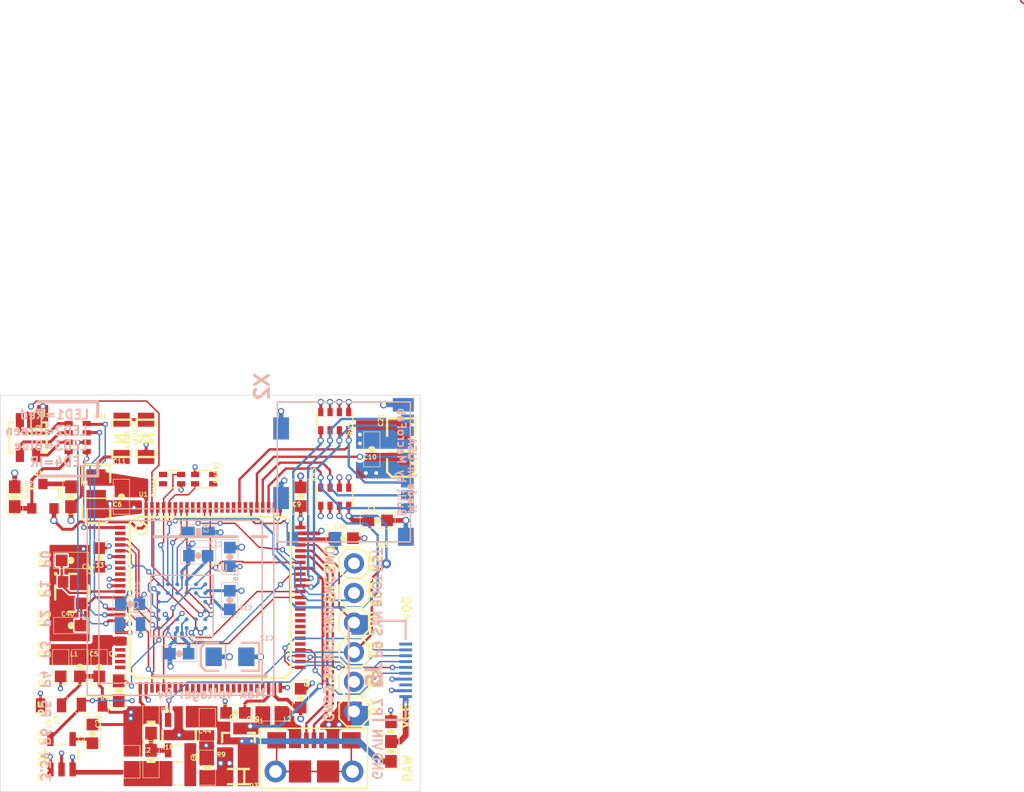
<source format=kicad_pcb>
(kicad_pcb (version 20171130) (host pcbnew "(5.1.4)-1")
  (layers (0 Top signal) (1 GND signal hide) (2 VCC signal hide) (31 Bottom signal hide) (34 B.Paste user hide) (35 F.Paste user hide) (36 B.SilkS user hide) (37 F.SilkS user hide) (38 B.Mask user hide) (39 F.Mask user hide) (44 Edge.Cuts user))
  (net 0 "")
  (net 1 GND)
  (net 2 VBUS)
  (net 3 VCC)
  (net 4 RAW)
  (net 5 VIN)
  (net 6 "Net-(C40-Pad2)")
  (net 7 "Net-(C41-Pad2)")
  (net 8 "Net-(C4-Pad1)")
  (net 9 /SDIO_D2)
  (net 10 /SDIO_D3)
  (net 11 /NRST)
  (net 12 /BOOT0)
  (net 13 /SDIO_CMD)
  (net 14 /SDIO_D0)
  (net 15 /SDIO_D1)
  (net 16 /SD_CD)
  (net 17 "Net-(Q1-Pad1)")
  (net 18 "Net-(Q1-Pad3)")
  (net 19 "Net-(LED1-PadB)")
  (net 20 "Net-(LED1-PadG)")
  (net 21 "Net-(LED1-PadR)")
  (net 22 "Net-(C48-Pad1)")
  (net 23 "Net-(C49-Pad1)")
  (net 24 /TIM4_CH1)
  (net 25 /TIM4_CH2)
  (net 26 /TIM4_CH3)
  (net 27 /DAC)
  (net 28 /I2C2_SDA)
  (net 29 /I2C2_SCL)
  (net 30 /SPI2_NSS)
  (net 31 /SPI2_SCLK)
  (net 32 /SPI2_MISO)
  (net 33 /SPI2_MOSI)
  (net 34 "Net-(LED3-PadC)")
  (net 35 /DCMI_D3)
  (net 36 /DCMI_D2)
  (net 37 /I2C1_SDA)
  (net 38 /I2C1_SCL)
  (net 39 /DCMI_VSYNC)
  (net 40 /DCMI_D5)
  (net 41 /SPI3_MOSI)
  (net 42 /SPI3_MISO)
  (net 43 /SPI3_SCLK/TRACESWO)
  (net 44 /DCMI_PWDN)
  (net 45 /UART2_RX)
  (net 46 /UART2_TX)
  (net 47 /GPIO2)
  (net 48 /GPIO1)
  (net 49 /GPIO3)
  (net 50 /SDIO_CLK)
  (net 51 /SPI3_SSEL)
  (net 52 /SWCLK)
  (net 53 /SWDIO)
  (net 54 /FS_DP)
  (net 55 /FS_DM)
  (net 56 /DCMI_RST)
  (net 57 /DCMI_CLK)
  (net 58 /DCMI_D1)
  (net 59 /DCMI_D0)
  (net 60 "Net-(U1-Pad62)")
  (net 61 "Net-(U1-Pad58)")
  (net 62 "Net-(U1-Pad57)")
  (net 63 /FREX)
  (net 64 /EXPST)
  (net 65 "Net-(U1-Pad45)")
  (net 66 "Net-(U1-Pad44)")
  (net 67 "Net-(U1-Pad43)")
  (net 68 "Net-(U1-Pad42)")
  (net 69 "Net-(U1-Pad41)")
  (net 70 "Net-(U1-Pad40)")
  (net 71 "Net-(U1-Pad39)")
  (net 72 "Net-(U1-Pad38)")
  (net 73 "Net-(U1-Pad37)")
  (net 74 "Net-(U1-Pad36)")
  (net 75 "Net-(U1-Pad35)")
  (net 76 "Net-(U1-Pad34)")
  (net 77 "Net-(U1-Pad33)")
  (net 78 "Net-(U1-Pad32)")
  (net 79 "Net-(U1-Pad31)")
  (net 80 /DCMI_PCLK)
  (net 81 /DCMI_HSYNC)
  (net 82 "Net-(U1-Pad25)")
  (net 83 "Net-(U1-Pad24)")
  (net 84 "Net-(U1-Pad23)")
  (net 85 "Net-(U1-Pad22)")
  (net 86 "Net-(U1-Pad18)")
  (net 87 /LED_B)
  (net 88 /LED_G)
  (net 89 /LED_R)
  (net 90 "Net-(U1-Pad9)")
  (net 91 "Net-(U1-Pad8)")
  (net 92 "Net-(U1-Pad7)")
  (net 93 /DCMI_D7)
  (net 94 /DCMI_D6)
  (net 95 /DCMI_D4)
  (net 96 "Net-(U1-Pad2)")
  (net 97 /LED_IR)
  (net 98 "Net-(L2-Pad1)")
  (net 99 "Net-(L3-Pad1)")
  (net 100 "Net-(R10-Pad1)")
  (net 101 "Net-(X1-PadS1)")
  (net 102 "Net-(X1-Pad4)")
  (net 103 "Net-(U2-PadE2)")
  (net 104 "Net-(U2-PadA6)")
  (net 105 "Net-(C16-Pad1)")
  (net 106 "Net-(C17-Pad1)")
  (net 107 "Net-(C15-Pad1)")
  (net 108 "Net-(C7-Pad1)")
  (net 109 VDDA)
  (net 110 "Net-(LED2-PadC)")
  (net 111 /DCMI_FSIN)
  (net 112 /PWR_EN)
  (net 113 /FSIN)
  (net 114 "Net-(J5-Pad10)")
  (net 115 "Net-(J5-Pad3)")
  (net 116 "Net-(R4-Pad2)")
  (net 117 "Net-(J5-Pad1)")
  (module base:0603-RES (layer Top) (at 163.98962 122.359541 270)
    (fp_text reference R7 hide)
    (fp_text value 0)
    (pad 2 smd rect (at 0.85 0 270) (size 1.1 1) (layers Top F.Paste F.Mask) (net 117 "Net-(J5-Pad1)"))
    (pad 1 smd rect (at -0.85 0 270) (size 1.1 1) (layers Top F.Paste F.Mask) (net 3 VCC))
  )
  (module base:0603-RES (layer Top) (at 163.99002 124.05868 270)
    (fp_text reference R6 hide)
    (fp_text value 0)
    (pad 2 smd rect (at 0.85 0 270) (size 1.1 1) (layers Top F.Paste F.Mask) (net 4 RAW))
    (pad 1 smd rect (at -0.85 0 270) (size 1.1 1) (layers Top F.Paste F.Mask) (net 117 "Net-(J5-Pad1)"))
  )
  (module XF2M-1015-1A:XF2M-1015-1A (layer Bottom) (at 165.25 117.1 90)
    (fp_text reference J5 (at -0.37186 -2.68404 90) (layer B.SilkS) (effects (font (size 1.27 1.27) (thickness 0.254)) (justify mirror)))
    (fp_text value XF2M-1015-1A hide)
    (pad 12 smd rect (at 3.9 -3.9) (size 1.5 1.7) (layers Bottom B.Paste B.Mask))
    (pad 11 smd rect (at -3.9 -3.9) (size 1.5 1.7) (layers Bottom B.Paste B.Mask))
    (pad 10 smd rect (at 2.25 0 90) (size 0.25 1.1) (layers Bottom B.Paste B.Mask) (net 114 "Net-(J5-Pad10)"))
    (pad 9 smd rect (at 1.75 0 90) (size 0.25 1.1) (layers Bottom B.Paste B.Mask) (net 30 /SPI2_NSS))
    (pad 8 smd rect (at 1.25 0 90) (size 0.25 1.1) (layers Bottom B.Paste B.Mask) (net 31 /SPI2_SCLK))
    (pad 7 smd rect (at 0.75 0 90) (size 0.25 1.1) (layers Bottom B.Paste B.Mask) (net 32 /SPI2_MISO))
    (pad 6 smd rect (at 0.25 0 90) (size 0.25 1.1) (layers Bottom B.Paste B.Mask) (net 112 /PWR_EN))
    (pad 5 smd rect (at -0.25 0 90) (size 0.25 1.1) (layers Bottom B.Paste B.Mask) (net 33 /SPI2_MOSI))
    (pad 4 smd rect (at -0.75 0 90) (size 0.25 1.1) (layers Bottom B.Paste B.Mask) (net 1 GND))
    (pad 3 smd rect (at -1.25 0 90) (size 0.25 1.1) (layers Bottom B.Paste B.Mask) (net 115 "Net-(J5-Pad3)"))
    (pad 2 smd rect (at -1.75 0 90) (size 0.25 1.1) (layers Bottom B.Paste B.Mask) (net 1 GND))
    (pad 1 smd rect (at -2.25 0 90) (size 0.25 1.1) (layers Bottom B.Paste B.Mask) (net 117 "Net-(J5-Pad1)"))
  )
  (module base:0603-RES (layer Top) (at 140.65 118.85 90)
    (fp_text reference R4 (at -0.889 -0.762) (layer F.SilkS) (effects (font (size 0.38608 0.38608) (thickness 0.077216)) (justify right bottom)))
    (fp_text value 0)
    (pad 2 smd rect (at 0.85 0 90) (size 1.1 1) (layers Top F.Paste F.Mask) (net 116 "Net-(R4-Pad2)"))
    (pad 1 smd rect (at -0.85 0 90) (size 1.1 1) (layers Top F.Paste F.Mask) (net 109 VDDA))
  )
  (module openmv3:0603-CAP (layer Bottom) (at 141.6214 111.4289 180)
    (fp_text reference C19 (at -0.889 0.762 90) (layer B.SilkS) (effects (font (size 0.38608 0.38608) (thickness 0.077216)) (justify right bottom mirror)))
    (fp_text value 0.1uF)
    (pad 2 smd rect (at 0.8 0 180) (size 1 1) (layers Bottom B.Paste B.Mask) (net 1 GND))
    (pad 1 smd rect (at -0.8 0 180) (size 1 1) (layers Bottom B.Paste B.Mask) (net 3 VCC))
  )
  (module base:0603-RES (layer Bottom) (at 147.4751 105.2704 180)
    (fp_text reference R3 (at -0.889 0.762 270) (layer B.SilkS) (effects (font (size 0.38608 0.38608) (thickness 0.077216)) (justify left bottom mirror)))
    (fp_text value 10K)
    (pad 2 smd rect (at 0.85 0 180) (size 1.1 1) (layers Bottom B.Paste B.Mask) (net 111 /DCMI_FSIN))
    (pad 1 smd rect (at -0.85 0 180) (size 1.1 1) (layers Bottom B.Paste B.Mask) (net 1 GND))
  )
  (module openmv3:CSP2-28 (layer Bottom) (at 146.0711 111.5714 180)
    (fp_text reference U2 (at -2.7 2.9) (layer B.SilkS) (effects (font (size 0.57912 0.57912) (thickness 0.115824)) (justify right bottom mirror)))
    (fp_text value OV7725)
    (pad E5 smd roundrect (at 1.2 -1.15 180) (size 0.34 0.34) (layers Bottom B.Paste B.Mask) (roundrect_rratio 0.5) (net 3 VCC))
    (pad E4 smd roundrect (at 0.4 -1.15 180) (size 0.34 0.34) (layers Bottom B.Paste B.Mask) (roundrect_rratio 0.5) (net 80 /DCMI_PCLK))
    (pad E3 smd roundrect (at -0.4 -1.15 180) (size 0.34 0.34) (layers Bottom B.Paste B.Mask) (roundrect_rratio 0.5) (net 107 "Net-(C15-Pad1)"))
    (pad E2 smd roundrect (at -1.2 -1.15 180) (size 0.34 0.34) (layers Bottom B.Paste B.Mask) (roundrect_rratio 0.5) (net 103 "Net-(U2-PadE2)"))
    (pad F6 smd roundrect (at 2 -1.9 180) (size 0.34 0.34) (layers Bottom B.Paste B.Mask) (roundrect_rratio 0.5) (net 94 /DCMI_D6))
    (pad E6 smd roundrect (at 2 -1.15 180) (size 0.34 0.34) (layers Bottom B.Paste B.Mask) (roundrect_rratio 0.5) (net 95 /DCMI_D4))
    (pad D6 smd roundrect (at 2 -0.4 180) (size 0.34 0.34) (layers Bottom B.Paste B.Mask) (roundrect_rratio 0.5) (net 36 /DCMI_D2))
    (pad C6 smd roundrect (at 2 0.35 180) (size 0.34 0.34) (layers Bottom B.Paste B.Mask) (roundrect_rratio 0.5) (net 39 /DCMI_VSYNC))
    (pad F5 smd roundrect (at 1.2 -1.9 180) (size 0.34 0.34) (layers Bottom B.Paste B.Mask) (roundrect_rratio 0.5) (net 59 /DCMI_D0))
    (pad F4 smd roundrect (at 0.4 -1.9 180) (size 0.34 0.34) (layers Bottom B.Paste B.Mask) (roundrect_rratio 0.5) (net 1 GND))
    (pad F3 smd roundrect (at -0.4 -1.9 180) (size 0.34 0.34) (layers Bottom B.Paste B.Mask) (roundrect_rratio 0.5) (net 57 /DCMI_CLK))
    (pad F2 smd roundrect (at -1.2 -1.9 180) (size 0.34 0.34) (layers Bottom B.Paste B.Mask) (roundrect_rratio 0.5) (net 58 /DCMI_D1))
    (pad D1 smd roundrect (at -2 -0.4 180) (size 0.34 0.34) (layers Bottom B.Paste B.Mask) (roundrect_rratio 0.5) (net 35 /DCMI_D3))
    (pad F1 smd roundrect (at -2 -1.9 180) (size 0.34 0.34) (layers Bottom B.Paste B.Mask) (roundrect_rratio 0.5) (net 93 /DCMI_D7))
    (pad E1 smd roundrect (at -2 -1.15 180) (size 0.34 0.34) (layers Bottom B.Paste B.Mask) (roundrect_rratio 0.5) (net 40 /DCMI_D5))
    (pad C1 smd roundrect (at -2 0.35 180) (size 0.34 0.34) (layers Bottom B.Paste B.Mask) (roundrect_rratio 0.5) (net 44 /DCMI_PWDN))
    (pad B6 smd roundrect (at 2 1.1 180) (size 0.34 0.34) (layers Bottom B.Paste B.Mask) (roundrect_rratio 0.5) (net 81 /DCMI_HSYNC))
    (pad B5 smd roundrect (at 1.2 1.1 180) (size 0.34 0.34) (layers Bottom B.Paste B.Mask) (roundrect_rratio 0.5) (net 37 /I2C1_SDA))
    (pad B4 smd roundrect (at 0.4 1.1 180) (size 0.34 0.34) (layers Bottom B.Paste B.Mask) (roundrect_rratio 0.5) (net 1 GND))
    (pad B3 smd roundrect (at -0.4 1.1 180) (size 0.34 0.34) (layers Bottom B.Paste B.Mask) (roundrect_rratio 0.5) (net 116 "Net-(R4-Pad2)"))
    (pad B2 smd roundrect (at -1.2 1.1 180) (size 0.34 0.34) (layers Bottom B.Paste B.Mask) (roundrect_rratio 0.5) (net 105 "Net-(C16-Pad1)"))
    (pad B1 smd roundrect (at -2 1.1 180) (size 0.34 0.34) (layers Bottom B.Paste B.Mask) (roundrect_rratio 0.5) (net 1 GND))
    (pad A6 smd roundrect (at 2 1.85 180) (size 0.34 0.34) (layers Bottom B.Paste B.Mask) (roundrect_rratio 0.5) (net 104 "Net-(U2-PadA6)"))
    (pad A5 smd roundrect (at 1.2 1.85 180) (size 0.34 0.34) (layers Bottom B.Paste B.Mask) (roundrect_rratio 0.5) (net 38 /I2C1_SCL))
    (pad A4 smd roundrect (at 0.4 1.85 180) (size 0.34 0.34) (layers Bottom B.Paste B.Mask) (roundrect_rratio 0.5) (net 111 /DCMI_FSIN))
    (pad A3 smd roundrect (at -0.4 1.85 180) (size 0.34 0.34) (layers Bottom B.Paste B.Mask) (roundrect_rratio 0.5) (net 106 "Net-(C17-Pad1)"))
    (pad A2 smd roundrect (at -1.2 1.85 180) (size 0.34 0.34) (layers Bottom B.Paste B.Mask) (roundrect_rratio 0.5) (net 56 /DCMI_RST))
    (pad A1 smd roundrect (at -2 1.85 180) (size 0.34 0.34) (layers Bottom B.Paste B.Mask) (roundrect_rratio 0.5) (net 116 "Net-(R4-Pad2)"))
  )
  (module openmv3:EXBV4V (layer Top) (at 147.975 100.7 270)
    (fp_text reference RN4B1 (at -1.5875 -1.27 90) (layer F.SilkS) (effects (font (size 0.38608 0.38608) (thickness 0.077216)) (justify right bottom)))
    (fp_text value 4.7K)
    (pad 4 smd rect (at -0.4 -0.775 90) (size 0.45 0.7) (layers Top F.Paste F.Mask))
    (pad 3 smd rect (at 0.4 -0.775 90) (size 0.45 0.7) (layers Top F.Paste F.Mask))
    (pad 2 smd rect (at 0.4 0.775 270) (size 0.45 0.7) (layers Top F.Paste F.Mask) (net 38 /I2C1_SCL))
    (pad 1 smd rect (at -0.4 0.775 270) (size 0.45 0.7) (layers Top F.Paste F.Mask) (net 3 VCC))
  )
  (module openmv3:EXBV4V (layer Top) (at 145.225 100.7 90)
    (fp_text reference RN4A1 (at -1.5875 -1.27 90) (layer F.SilkS) (effects (font (size 0.38608 0.38608) (thickness 0.077216)) (justify left bottom)))
    (fp_text value 4.7K)
    (pad 4 smd rect (at -0.4 -0.775 270) (size 0.45 0.7) (layers Top F.Paste F.Mask))
    (pad 3 smd rect (at 0.4 -0.775 270) (size 0.45 0.7) (layers Top F.Paste F.Mask))
    (pad 2 smd rect (at 0.4 0.775 90) (size 0.45 0.7) (layers Top F.Paste F.Mask) (net 37 /I2C1_SDA))
    (pad 1 smd rect (at -0.4 0.775 90) (size 0.45 0.7) (layers Top F.Paste F.Mask) (net 3 VCC))
  )
  (module base:SOT23-5 (layer Top) (at 135.75 124.2999)
    (fp_text reference U5 (at -0.889 -2.159 -270) (layer F.SilkS) (effects (font (size 0.38608 0.38608) (thickness 0.077216)) (justify left bottom)))
    (fp_text value TPS731XX)
    (pad 5 smd rect (at -0.95 -1.3001) (size 0.55 1.2) (layers Top F.Paste F.Mask) (net 109 VDDA))
    (pad 4 smd rect (at 0.95 -1.3001) (size 0.55 1.2) (layers Top F.Paste F.Mask) (net 108 "Net-(C7-Pad1)"))
    (pad 3 smd rect (at 0.95 1.3001) (size 0.55 1.2) (layers Top F.Paste F.Mask) (net 3 VCC))
    (pad 2 smd rect (at 0 1.3001) (size 0.55 1.2) (layers Top F.Paste F.Mask) (net 1 GND))
    (pad 1 smd rect (at -0.95 1.3001) (size 0.55 1.2) (layers Top F.Paste F.Mask) (net 3 VCC))
  )
  (module base:LED-1206 (layer Top) (at 140.9 97.2 270)
    (fp_text reference LED3 (at -0.889 -1.397 270) (layer F.SilkS) (effects (font (size 0.38608 0.38608) (thickness 0.077216)) (justify right bottom)))
    (fp_text value VSMY12850)
    (pad C smd rect (at 1.6 0 270) (size 1.2 1.4) (layers Top F.Paste F.Mask) (net 34 "Net-(LED3-PadC)"))
    (pad A smd rect (at -1.6 0 270) (size 1.2 1.4) (layers Top F.Paste F.Mask) (net 110 "Net-(LED2-PadC)"))
  )
  (module base:LED-1206 (layer Top) (at 143 97.2 90)
    (fp_text reference LED2 (at -0.889 -1.397 -90) (layer F.SilkS) (effects (font (size 0.38608 0.38608) (thickness 0.077216)) (justify left bottom)))
    (fp_text value VSMY12850)
    (pad C smd rect (at 1.6 0 90) (size 1.2 1.4) (layers Top F.Paste F.Mask) (net 110 "Net-(LED2-PadC)"))
    (pad A smd rect (at -1.6 0 90) (size 1.2 1.4) (layers Top F.Paste F.Mask) (net 3 VCC))
  )
  (module base:0805 (layer Top) (at 138.35 120.05 180)
    (fp_text reference C22 (at -0.762 -0.8255 270) (layer F.SilkS) (effects (font (size 0.38608 0.38608) (thickness 0.077216)) (justify right bottom)))
    (fp_text value 10uF)
    (pad 2 smd rect (at 0.9 0 180) (size 0.8 1.2) (layers Top F.Paste F.Mask) (net 109 VDDA))
    (pad 1 smd rect (at -0.9 0 180) (size 0.8 1.2) (layers Top F.Paste F.Mask) (net 1 GND))
  )
  (module base:EIA3216 (layer Top) (at 164.86124 97.9932 270)
    (fp_text reference C21 (at -1.75006 1.524 90) (layer F.SilkS) (effects (font (size 0.38608 0.38608) (thickness 0.077216)) (justify left bottom)))
    (fp_text value 47uF)
    (pad A smd rect (at 1.4 0) (size 1.6 1.4) (layers Top F.Paste F.Mask) (net 3 VCC))
    (pad C smd rect (at -1.4 0) (size 1.6 1.4) (layers Top F.Paste F.Mask) (net 1 GND))
  )
  (module base:0603-CAP (layer Bottom) (at 150.1711 107.3714 90)
    (fp_text reference C18 (at -0.889 0.762 270) (layer B.SilkS) (effects (font (size 0.38608 0.38608) (thickness 0.077216)) (justify left bottom mirror)))
    (fp_text value 4.7uF)
    (pad 2 smd rect (at 0.8 0 90) (size 1 1) (layers Bottom B.Paste B.Mask) (net 1 GND))
    (pad 1 smd rect (at -0.8 0 90) (size 1 1) (layers Bottom B.Paste B.Mask) (net 3 VCC))
  )
  (module base:0603-CAP (layer Top) (at 138.4 122.55 90)
    (fp_text reference C7 (at -0.889 -0.762 90) (layer F.SilkS) (effects (font (size 0.38608 0.38608) (thickness 0.077216)) (justify left bottom)))
    (fp_text value 0.1uF)
    (pad 2 smd rect (at 0.8 0 90) (size 1 1) (layers Top F.Paste F.Mask) (net 1 GND))
    (pad 1 smd rect (at -0.8 0 90) (size 1 1) (layers Top F.Paste F.Mask) (net 108 "Net-(C7-Pad1)"))
  )
  (module base:0805 (layer Top) (at 134.85 120.1 180)
    (fp_text reference C3 (at -0.762 -0.8255 270) (layer F.SilkS) (effects (font (size 0.38608 0.38608) (thickness 0.077216)) (justify right bottom)))
    (fp_text value 10uF)
    (pad 2 smd rect (at 0.9 0 180) (size 0.8 1.2) (layers Top F.Paste F.Mask) (net 3 VCC))
    (pad 1 smd rect (at -0.9 0 180) (size 0.8 1.2) (layers Top F.Paste F.Mask) (net 1 GND))
  )
  (module openmv3:EIA3216 (layer Bottom) (at 150.1921 115.9384 180)
    (fp_text reference C12 (at -2.54 1.381) (layer B.SilkS) (effects (font (size 0.38608 0.38608) (thickness 0.077216)) (justify right bottom mirror)))
    (fp_text value 47uF)
    (pad A smd rect (at 1.4 0 90) (size 1.6 1.4) (layers Bottom B.Paste B.Mask) (net 3 VCC))
    (pad C smd rect (at -1.4 0 90) (size 1.6 1.4) (layers Bottom B.Paste B.Mask) (net 1 GND))
  )
  (module openmv3:0603-CAP (layer Bottom) (at 145.8441 115.6714 180)
    (fp_text reference C15 (at -0.889 0.762) (layer B.SilkS) (effects (font (size 0.38608 0.38608) (thickness 0.077216)) (justify right bottom mirror)))
    (fp_text value 0.1uF)
    (pad 2 smd rect (at 0.8 0 180) (size 1 1) (layers Bottom B.Paste B.Mask) (net 1 GND))
    (pad 1 smd rect (at -0.8 0 180) (size 1 1) (layers Bottom B.Paste B.Mask) (net 107 "Net-(C15-Pad1)"))
  )
  (module openmv3:0603-CAP (layer Bottom) (at 150.1711 111.0714 90)
    (fp_text reference C16 (at -0.889 0.762) (layer B.SilkS) (effects (font (size 0.38608 0.38608) (thickness 0.077216)) (justify right bottom mirror)))
    (fp_text value 0.1uF)
    (pad 2 smd rect (at 0.8 0 90) (size 1 1) (layers Bottom B.Paste B.Mask) (net 1 GND))
    (pad 1 smd rect (at -0.8 0 90) (size 1 1) (layers Bottom B.Paste B.Mask) (net 105 "Net-(C16-Pad1)"))
  )
  (module openmv3:0805 (layer Bottom) (at 141.6214 113.1289 180)
    (fp_text reference C20 (at -0.762 0.8255 90) (layer B.SilkS) (effects (font (size 0.38608 0.38608) (thickness 0.077216)) (justify right bottom mirror)))
    (fp_text value 22uF)
    (pad 2 smd rect (at 0.9 0 180) (size 0.8 1.2) (layers Bottom B.Paste B.Mask) (net 1 GND))
    (pad 1 smd rect (at -0.9 0 180) (size 0.8 1.2) (layers Bottom B.Paste B.Mask) (net 3 VCC))
  )
  (module openmv3:0603-CAP (layer Bottom) (at 147.471106 107.271371 180)
    (fp_text reference C17 (at -0.889 0.762) (layer B.SilkS) (effects (font (size 0.38608 0.38608) (thickness 0.077216)) (justify right bottom mirror)))
    (fp_text value 0.1uF)
    (pad 2 smd rect (at 0.8 0 180) (size 1 1) (layers Bottom B.Paste B.Mask) (net 1 GND))
    (pad 1 smd rect (at -0.8 0 180) (size 1 1) (layers Bottom B.Paste B.Mask) (net 106 "Net-(C17-Pad1)"))
  )
  (module base:LQFP100 (layer Top) (at 148.5011 110.8456)
    (fp_text reference U1 (at -6.175 -8.62) (layer F.SilkS) (effects (font (size 0.38608 0.38608) (thickness 0.077216)) (justify left bottom)))
    (fp_text value STM32H743VIT6)
    (pad 100 smd rect (at -6 -7.72) (size 0.3 0.9) (layers Top F.Paste F.Mask) (net 3 VCC))
    (pad 99 smd rect (at -5.5 -7.72) (size 0.3 0.9) (layers Top F.Paste F.Mask) (net 1 GND))
    (pad 98 smd rect (at -5 -7.72) (size 0.3 0.9) (layers Top F.Paste F.Mask) (net 35 /DCMI_D3))
    (pad 97 smd rect (at -4.5 -7.72) (size 0.3 0.9) (layers Top F.Paste F.Mask) (net 36 /DCMI_D2))
    (pad 96 smd rect (at -4 -7.72) (size 0.3 0.9) (layers Top F.Paste F.Mask) (net 37 /I2C1_SDA))
    (pad 95 smd rect (at -3.5 -7.72) (size 0.3 0.9) (layers Top F.Paste F.Mask) (net 38 /I2C1_SCL))
    (pad 94 smd rect (at -3 -7.72) (size 0.3 0.9) (layers Top F.Paste F.Mask) (net 12 /BOOT0))
    (pad 93 smd rect (at -2.5 -7.72) (size 0.3 0.9) (layers Top F.Paste F.Mask) (net 39 /DCMI_VSYNC))
    (pad 92 smd rect (at -2 -7.72) (size 0.3 0.9) (layers Top F.Paste F.Mask) (net 40 /DCMI_D5))
    (pad 91 smd rect (at -1.5 -7.72) (size 0.3 0.9) (layers Top F.Paste F.Mask) (net 41 /SPI3_MOSI))
    (pad 90 smd rect (at -1 -7.72) (size 0.3 0.9) (layers Top F.Paste F.Mask) (net 42 /SPI3_MISO))
    (pad 89 smd rect (at -0.5 -7.72) (size 0.3 0.9) (layers Top F.Paste F.Mask) (net 43 /SPI3_SCLK/TRACESWO))
    (pad 88 smd rect (at 0 -7.72) (size 0.3 0.9) (layers Top F.Paste F.Mask) (net 44 /DCMI_PWDN))
    (pad 87 smd rect (at 0.5 -7.72) (size 0.3 0.9) (layers Top F.Paste F.Mask) (net 45 /UART2_RX))
    (pad 86 smd rect (at 1 -7.72) (size 0.3 0.9) (layers Top F.Paste F.Mask) (net 46 /UART2_TX))
    (pad 85 smd rect (at 1.5 -7.72) (size 0.3 0.9) (layers Top F.Paste F.Mask) (net 47 /GPIO2))
    (pad 84 smd rect (at 2 -7.72) (size 0.3 0.9) (layers Top F.Paste F.Mask) (net 48 /GPIO1))
    (pad 83 smd rect (at 2.5 -7.72) (size 0.3 0.9) (layers Top F.Paste F.Mask) (net 13 /SDIO_CMD))
    (pad 82 smd rect (at 3 -7.72) (size 0.3 0.9) (layers Top F.Paste F.Mask) (net 49 /GPIO3))
    (pad 81 smd rect (at 3.5 -7.72) (size 0.3 0.9) (layers Top F.Paste F.Mask) (net 16 /SD_CD))
    (pad 80 smd rect (at 4 -7.72) (size 0.3 0.9) (layers Top F.Paste F.Mask) (net 50 /SDIO_CLK))
    (pad 79 smd rect (at 4.5 -7.72) (size 0.3 0.9) (layers Top F.Paste F.Mask) (net 10 /SDIO_D3))
    (pad 78 smd rect (at 5 -7.72) (size 0.3 0.9) (layers Top F.Paste F.Mask) (net 9 /SDIO_D2))
    (pad 77 smd rect (at 5.5 -7.72) (size 0.3 0.9) (layers Top F.Paste F.Mask) (net 51 /SPI3_SSEL))
    (pad 76 smd rect (at 6 -7.72) (size 0.3 0.9) (layers Top F.Paste F.Mask) (net 52 /SWCLK))
    (pad 75 smd rect (at 7.72 -6) (size 0.9 0.3) (layers Top F.Paste F.Mask) (net 3 VCC))
    (pad 74 smd rect (at 7.72 -5.5) (size 0.9 0.3) (layers Top F.Paste F.Mask) (net 1 GND))
    (pad 73 smd rect (at 7.72 -5) (size 0.9 0.3) (layers Top F.Paste F.Mask) (net 22 "Net-(C48-Pad1)"))
    (pad 72 smd rect (at 7.72 -4.5) (size 0.9 0.3) (layers Top F.Paste F.Mask) (net 53 /SWDIO))
    (pad 71 smd rect (at 7.72 -4) (size 0.9 0.3) (layers Top F.Paste F.Mask) (net 54 /FS_DP))
    (pad 70 smd rect (at 7.72 -3.5) (size 0.9 0.3) (layers Top F.Paste F.Mask) (net 55 /FS_DM))
    (pad 69 smd rect (at 7.72 -3) (size 0.9 0.3) (layers Top F.Paste F.Mask) (net 56 /DCMI_RST))
    (pad 68 smd rect (at 7.72 -2.5) (size 0.9 0.3) (layers Top F.Paste F.Mask) (net 2 VBUS))
    (pad 67 smd rect (at 7.72 -2) (size 0.9 0.3) (layers Top F.Paste F.Mask) (net 57 /DCMI_CLK))
    (pad 66 smd rect (at 7.72 -1.5) (size 0.9 0.3) (layers Top F.Paste F.Mask) (net 15 /SDIO_D1))
    (pad 65 smd rect (at 7.72 -1) (size 0.9 0.3) (layers Top F.Paste F.Mask) (net 14 /SDIO_D0))
    (pad 64 smd rect (at 7.72 -0.5) (size 0.9 0.3) (layers Top F.Paste F.Mask) (net 58 /DCMI_D1))
    (pad 63 smd rect (at 7.72 0) (size 0.9 0.3) (layers Top F.Paste F.Mask) (net 59 /DCMI_D0))
    (pad 62 smd rect (at 7.72 0.5) (size 0.9 0.3) (layers Top F.Paste F.Mask) (net 60 "Net-(U1-Pad62)"))
    (pad 61 smd rect (at 7.72 1) (size 0.9 0.3) (layers Top F.Paste F.Mask) (net 26 /TIM4_CH3))
    (pad 60 smd rect (at 7.72 1.5) (size 0.9 0.3) (layers Top F.Paste F.Mask) (net 25 /TIM4_CH2))
    (pad 59 smd rect (at 7.72 2) (size 0.9 0.3) (layers Top F.Paste F.Mask) (net 24 /TIM4_CH1))
    (pad 58 smd rect (at 7.72 2.5) (size 0.9 0.3) (layers Top F.Paste F.Mask) (net 61 "Net-(U1-Pad58)"))
    (pad 57 smd rect (at 7.72 3) (size 0.9 0.3) (layers Top F.Paste F.Mask) (net 62 "Net-(U1-Pad57)"))
    (pad 56 smd rect (at 7.72 3.5) (size 0.9 0.3) (layers Top F.Paste F.Mask) (net 63 /FREX))
    (pad 55 smd rect (at 7.72 4) (size 0.9 0.3) (layers Top F.Paste F.Mask) (net 64 /EXPST))
    (pad 54 smd rect (at 7.72 4.5) (size 0.9 0.3) (layers Top F.Paste F.Mask) (net 33 /SPI2_MOSI))
    (pad 53 smd rect (at 7.72 5) (size 0.9 0.3) (layers Top F.Paste F.Mask) (net 32 /SPI2_MISO))
    (pad 52 smd rect (at 7.72 5.5) (size 0.9 0.3) (layers Top F.Paste F.Mask) (net 31 /SPI2_SCLK))
    (pad 51 smd rect (at 7.72 6) (size 0.9 0.3) (layers Top F.Paste F.Mask) (net 30 /SPI2_NSS))
    (pad 50 smd rect (at 6 7.72) (size 0.3 0.9) (layers Top F.Paste F.Mask) (net 3 VCC))
    (pad 49 smd rect (at 5.5 7.72) (size 0.3 0.9) (layers Top F.Paste F.Mask) (net 1 GND))
    (pad 48 smd rect (at 5 7.72) (size 0.3 0.9) (layers Top F.Paste F.Mask) (net 23 "Net-(C49-Pad1)"))
    (pad 47 smd rect (at 4.5 7.72) (size 0.3 0.9) (layers Top F.Paste F.Mask) (net 28 /I2C2_SDA))
    (pad 46 smd rect (at 4 7.72) (size 0.3 0.9) (layers Top F.Paste F.Mask) (net 29 /I2C2_SCL))
    (pad 45 smd rect (at 3.5 7.72) (size 0.3 0.9) (layers Top F.Paste F.Mask) (net 65 "Net-(U1-Pad45)"))
    (pad 44 smd rect (at 3 7.72) (size 0.3 0.9) (layers Top F.Paste F.Mask) (net 66 "Net-(U1-Pad44)"))
    (pad 43 smd rect (at 2.5 7.72) (size 0.3 0.9) (layers Top F.Paste F.Mask) (net 67 "Net-(U1-Pad43)"))
    (pad 42 smd rect (at 2 7.72) (size 0.3 0.9) (layers Top F.Paste F.Mask) (net 68 "Net-(U1-Pad42)"))
    (pad 41 smd rect (at 1.5 7.72) (size 0.3 0.9) (layers Top F.Paste F.Mask) (net 69 "Net-(U1-Pad41)"))
    (pad 40 smd rect (at 1 7.72) (size 0.3 0.9) (layers Top F.Paste F.Mask) (net 70 "Net-(U1-Pad40)"))
    (pad 39 smd rect (at 0.5 7.72) (size 0.3 0.9) (layers Top F.Paste F.Mask) (net 71 "Net-(U1-Pad39)"))
    (pad 38 smd rect (at 0 7.72) (size 0.3 0.9) (layers Top F.Paste F.Mask) (net 72 "Net-(U1-Pad38)"))
    (pad 37 smd rect (at -0.5 7.72) (size 0.3 0.9) (layers Top F.Paste F.Mask) (net 73 "Net-(U1-Pad37)"))
    (pad 36 smd rect (at -1 7.72) (size 0.3 0.9) (layers Top F.Paste F.Mask) (net 74 "Net-(U1-Pad36)"))
    (pad 35 smd rect (at -1.5 7.72) (size 0.3 0.9) (layers Top F.Paste F.Mask) (net 75 "Net-(U1-Pad35)"))
    (pad 34 smd rect (at -2 7.72) (size 0.3 0.9) (layers Top F.Paste F.Mask) (net 76 "Net-(U1-Pad34)"))
    (pad 33 smd rect (at -2.5 7.72) (size 0.3 0.9) (layers Top F.Paste F.Mask) (net 77 "Net-(U1-Pad33)"))
    (pad 32 smd rect (at -3 7.72) (size 0.3 0.9) (layers Top F.Paste F.Mask) (net 78 "Net-(U1-Pad32)"))
    (pad 31 smd rect (at -3.5 7.72) (size 0.3 0.9) (layers Top F.Paste F.Mask) (net 79 "Net-(U1-Pad31)"))
    (pad 30 smd rect (at -4 7.72) (size 0.3 0.9) (layers Top F.Paste F.Mask) (net 80 /DCMI_PCLK))
    (pad 29 smd rect (at -4.5 7.72) (size 0.3 0.9) (layers Top F.Paste F.Mask) (net 27 /DAC))
    (pad 28 smd rect (at -5 7.72) (size 0.3 0.9) (layers Top F.Paste F.Mask) (net 81 /DCMI_HSYNC))
    (pad 27 smd rect (at -5.5 7.72) (size 0.3 0.9) (layers Top F.Paste F.Mask) (net 3 VCC))
    (pad 26 smd rect (at -6 7.72) (size 0.3 0.9) (layers Top F.Paste F.Mask) (net 1 GND))
    (pad 25 smd rect (at -7.72 6) (size 0.9 0.3) (layers Top F.Paste F.Mask) (net 82 "Net-(U1-Pad25)"))
    (pad 24 smd rect (at -7.72 5.5) (size 0.9 0.3) (layers Top F.Paste F.Mask) (net 83 "Net-(U1-Pad24)"))
    (pad 23 smd rect (at -7.72 5) (size 0.9 0.3) (layers Top F.Paste F.Mask) (net 84 "Net-(U1-Pad23)"))
    (pad 22 smd rect (at -7.72 4.5) (size 0.9 0.3) (layers Top F.Paste F.Mask) (net 85 "Net-(U1-Pad22)"))
    (pad 21 smd rect (at -7.72 4) (size 0.9 0.3) (layers Top F.Paste F.Mask) (net 8 "Net-(C4-Pad1)"))
    (pad 20 smd rect (at -7.72 3.5) (size 0.9 0.3) (layers Top F.Paste F.Mask) (net 8 "Net-(C4-Pad1)"))
    (pad 19 smd rect (at -7.72 3) (size 0.9 0.3) (layers Top F.Paste F.Mask) (net 1 GND))
    (pad 18 smd rect (at -7.72 2.5) (size 0.9 0.3) (layers Top F.Paste F.Mask) (net 86 "Net-(U1-Pad18)"))
    (pad 17 smd rect (at -7.72 2) (size 0.9 0.3) (layers Top F.Paste F.Mask) (net 87 /LED_B))
    (pad 16 smd rect (at -7.72 1.5) (size 0.9 0.3) (layers Top F.Paste F.Mask) (net 88 /LED_G))
    (pad 15 smd rect (at -7.72 1) (size 0.9 0.3) (layers Top F.Paste F.Mask) (net 89 /LED_R))
    (pad 14 smd rect (at -7.72 0.5) (size 0.9 0.3) (layers Top F.Paste F.Mask) (net 11 /NRST))
    (pad 13 smd rect (at -7.72 0) (size 0.9 0.3) (layers Top F.Paste F.Mask) (net 6 "Net-(C40-Pad2)"))
    (pad 12 smd rect (at -7.72 -0.5) (size 0.9 0.3) (layers Top F.Paste F.Mask) (net 7 "Net-(C41-Pad2)"))
    (pad 11 smd rect (at -7.72 -1) (size 0.9 0.3) (layers Top F.Paste F.Mask) (net 3 VCC))
    (pad 10 smd rect (at -7.72 -1.5) (size 0.9 0.3) (layers Top F.Paste F.Mask) (net 1 GND))
    (pad 9 smd rect (at -7.72 -2) (size 0.9 0.3) (layers Top F.Paste F.Mask) (net 90 "Net-(U1-Pad9)"))
    (pad 8 smd rect (at -7.72 -2.5) (size 0.9 0.3) (layers Top F.Paste F.Mask) (net 91 "Net-(U1-Pad8)"))
    (pad 7 smd rect (at -7.72 -3) (size 0.9 0.3) (layers Top F.Paste F.Mask) (net 92 "Net-(U1-Pad7)"))
    (pad 6 smd rect (at -7.72 -3.5) (size 0.9 0.3) (layers Top F.Paste F.Mask) (net 3 VCC))
    (pad 5 smd rect (at -7.72 -4) (size 0.9 0.3) (layers Top F.Paste F.Mask) (net 93 /DCMI_D7))
    (pad 4 smd rect (at -7.72 -4.5) (size 0.9 0.3) (layers Top F.Paste F.Mask) (net 94 /DCMI_D6))
    (pad 3 smd rect (at -7.72 -5) (size 0.9 0.3) (layers Top F.Paste F.Mask) (net 95 /DCMI_D4))
    (pad 2 smd rect (at -7.72 -5.5) (size 0.9 0.3) (layers Top F.Paste F.Mask) (net 96 "Net-(U1-Pad2)"))
    (pad 1 smd rect (at -7.72 -6) (size 0.9 0.3) (layers Top F.Paste F.Mask) (net 97 /LED_IR))
  )
  (module base:0603-CAP (layer Top) (at 162.8521 104.2416)
    (fp_text reference C1 (at -0.889 -0.762) (layer F.SilkS) (effects (font (size 0.38608 0.38608) (thickness 0.077216)) (justify left bottom)))
    (fp_text value 1uF)
    (pad 2 smd rect (at 0.8 0) (size 1 1) (layers Top F.Paste F.Mask) (net 1 GND))
    (pad 1 smd rect (at -0.8 0) (size 1 1) (layers Top F.Paste F.Mask) (net 11 /NRST))
  )
  (module base:0603-RES (layer Top) (at 131.7371 102.2096 270)
    (fp_text reference R2 (at -0.889 -0.762) (layer F.SilkS) (effects (font (size 0.38608 0.38608) (thickness 0.077216)) (justify left bottom)))
    (fp_text value 10K)
    (pad 2 smd rect (at 0.85 0 270) (size 1.1 1) (layers Top F.Paste F.Mask) (net 17 "Net-(Q1-Pad1)"))
    (pad 1 smd rect (at -0.85 0 270) (size 1.1 1) (layers Top F.Paste F.Mask) (net 1 GND))
  )
  (module base:EXBV8V (layer Top) (at 137.1346 97.1296 270)
    (fp_text reference RN1 (at -1.5875 -1.27) (layer F.SilkS) (effects (font (size 0.38608 0.38608) (thickness 0.077216)) (justify left bottom)))
    (fp_text value 220R hide)
    (pad 8 smd rect (at -1.2 -0.775 90) (size 0.45 0.7) (layers Top F.Paste F.Mask) (net 89 /LED_R))
    (pad 7 smd rect (at -0.4 -0.775 90) (size 0.45 0.7) (layers Top F.Paste F.Mask) (net 88 /LED_G))
    (pad 6 smd rect (at 0.4 -0.775 90) (size 0.45 0.7) (layers Top F.Paste F.Mask) (net 87 /LED_B))
    (pad 5 smd rect (at 1.2 -0.775 90) (size 0.45 0.7) (layers Top F.Paste F.Mask) (net 97 /LED_IR))
    (pad 4 smd rect (at 1.2 0.775 270) (size 0.45 0.7) (layers Top F.Paste F.Mask) (net 17 "Net-(Q1-Pad1)"))
    (pad 3 smd rect (at 0.4 0.775 270) (size 0.45 0.7) (layers Top F.Paste F.Mask) (net 19 "Net-(LED1-PadB)"))
    (pad 2 smd rect (at -0.4 0.775 270) (size 0.45 0.7) (layers Top F.Paste F.Mask) (net 20 "Net-(LED1-PadG)"))
    (pad 1 smd rect (at -1.2 0.775 270) (size 0.45 0.7) (layers Top F.Paste F.Mask) (net 21 "Net-(LED1-PadR)"))
  )
  (module base:EIA3216 (layer Top) (at 138.7221 101.9556 270)
    (fp_text reference C11 (at -2.54 -1.381) (layer F.SilkS) (effects (font (size 0.38608 0.38608) (thickness 0.077216)) (justify left bottom)))
    (fp_text value 47uF)
    (pad A smd rect (at 1.4 0) (size 1.6 1.4) (layers Top F.Paste F.Mask) (net 3 VCC))
    (pad C smd rect (at -1.4 0) (size 1.6 1.4) (layers Top F.Paste F.Mask) (net 1 GND))
  )
  (module base:0603-RES (layer Top) (at 136.5631 102.2096 270)
    (fp_text reference R1 (at -0.889 -0.762) (layer F.SilkS) (effects (font (size 0.38608 0.38608) (thickness 0.077216)) (justify left bottom)))
    (fp_text value 10R)
    (pad 2 smd rect (at 0.85 0 270) (size 1.1 1) (layers Top F.Paste F.Mask) (net 34 "Net-(LED3-PadC)"))
    (pad 1 smd rect (at -0.85 0 270) (size 1.1 1) (layers Top F.Paste F.Mask) (net 18 "Net-(Q1-Pad3)"))
  )
  (module base:EXBV8V (layer Top) (at 159.1691 102.2096)
    (fp_text reference RN3 (at -1.5875 -1.27 90) (layer F.SilkS) (effects (font (size 0.38608 0.38608) (thickness 0.077216)) (justify left bottom)))
    (fp_text value 10K)
    (pad 8 smd rect (at -1.2 -0.775 180) (size 0.45 0.7) (layers Top F.Paste F.Mask) (net 9 /SDIO_D2))
    (pad 7 smd rect (at -0.4 -0.775 180) (size 0.45 0.7) (layers Top F.Paste F.Mask) (net 10 /SDIO_D3))
    (pad 6 smd rect (at 0.4 -0.775 180) (size 0.45 0.7) (layers Top F.Paste F.Mask) (net 1 GND))
    (pad 5 smd rect (at 1.2 -0.775 180) (size 0.45 0.7) (layers Top F.Paste F.Mask) (net 3 VCC))
    (pad 4 smd rect (at 1.2 0.775) (size 0.45 0.7) (layers Top F.Paste F.Mask) (net 11 /NRST))
    (pad 3 smd rect (at 0.4 0.775) (size 0.45 0.7) (layers Top F.Paste F.Mask) (net 12 /BOOT0))
    (pad 2 smd rect (at -0.4 0.775) (size 0.45 0.7) (layers Top F.Paste F.Mask) (net 3 VCC))
    (pad 1 smd rect (at -1.2 0.775) (size 0.45 0.7) (layers Top F.Paste F.Mask) (net 3 VCC))
  )
  (module base:EXBV8V (layer Top) (at 159.1691 95.7326 180)
    (fp_text reference RN2 (at -1.5875 -1.27 90) (layer F.SilkS) (effects (font (size 0.38608 0.38608) (thickness 0.077216)) (justify left bottom)))
    (fp_text value 10K)
    (pad 8 smd rect (at -1.2 -0.775) (size 0.45 0.7) (layers Top F.Paste F.Mask) (net 13 /SDIO_CMD))
    (pad 7 smd rect (at -0.4 -0.775) (size 0.45 0.7) (layers Top F.Paste F.Mask) (net 14 /SDIO_D0))
    (pad 6 smd rect (at 0.4 -0.775) (size 0.45 0.7) (layers Top F.Paste F.Mask) (net 15 /SDIO_D1))
    (pad 5 smd rect (at 1.2 -0.775) (size 0.45 0.7) (layers Top F.Paste F.Mask) (net 16 /SD_CD))
    (pad 4 smd rect (at 1.2 0.775 180) (size 0.45 0.7) (layers Top F.Paste F.Mask) (net 3 VCC))
    (pad 3 smd rect (at 0.4 0.775 180) (size 0.45 0.7) (layers Top F.Paste F.Mask) (net 3 VCC))
    (pad 2 smd rect (at -0.4 0.775 180) (size 0.45 0.7) (layers Top F.Paste F.Mask) (net 3 VCC))
    (pad 1 smd rect (at -1.2 0.775 180) (size 0.45 0.7) (layers Top F.Paste F.Mask) (net 3 VCC))
  )
  (module base:SOT23-3 (layer Top) (at 134.1501 102.2096)
    (fp_text reference Q1 (at -0.8255 -1.778) (layer F.SilkS) (effects (font (size 0.38608 0.38608) (thickness 0.077216)) (justify left bottom)))
    (fp_text value BSS138)
    (pad 1 smd rect (at -0.95 1) (size 0.8 0.9) (layers Top F.Paste F.Mask) (net 17 "Net-(Q1-Pad1)"))
    (pad 2 smd rect (at 0.95 1) (size 0.8 0.9) (layers Top F.Paste F.Mask) (net 1 GND))
    (pad 3 smd rect (at 0 -1.1) (size 0.8 0.9) (layers Top F.Paste F.Mask) (net 18 "Net-(Q1-Pad3)"))
  )
  (module base:0603-CAP (layer Top) (at 156.2481 102.2096 90)
    (fp_text reference C9 (at -0.889 -0.762) (layer F.SilkS) (effects (font (size 0.38608 0.38608) (thickness 0.077216)) (justify left bottom)))
    (fp_text value 0.1uF)
    (pad 2 smd rect (at 0.8 0 90) (size 1 1) (layers Top F.Paste F.Mask) (net 1 GND))
    (pad 1 smd rect (at -0.8 0 90) (size 1 1) (layers Top F.Paste F.Mask) (net 3 VCC))
  )
  (module base:LED-TRICOLOR-SMD-MF (layer Top) (at 132.8801 97.1296)
    (fp_text reference LED1 (at -1.016 -0.127) (layer F.SilkS) (effects (font (size 0.38608 0.38608) (thickness 0.077216)) (justify left bottom)))
    (fp_text value LED-TRICOLOR)
    (pad B smd rect (at 0.7 1.5) (size 0.7 1.2) (layers Top F.Paste F.Mask) (net 19 "Net-(LED1-PadB)"))
    (pad G smd rect (at -0.7 1.5) (size 0.7 1.2) (layers Top F.Paste F.Mask) (net 20 "Net-(LED1-PadG)"))
    (pad A smd rect (at 0.7 -1.5) (size 0.7 1.2) (layers Top F.Paste F.Mask) (net 3 VCC))
    (pad R smd rect (at -0.7 -1.5) (size 0.7 1.2) (layers Top F.Paste F.Mask) (net 21 "Net-(LED1-PadR)"))
  )
  (module base:0603-CAP (layer Top) (at 162.3441 98.1456 90)
    (fp_text reference C10 (at -0.889 -0.762) (layer F.SilkS) (effects (font (size 0.38608 0.38608) (thickness 0.077216)) (justify left bottom)))
    (fp_text value 0.1uF)
    (pad 2 smd rect (at 0.8 0 90) (size 1 1) (layers Top F.Paste F.Mask) (net 1 GND))
    (pad 1 smd rect (at -0.8 0 90) (size 1 1) (layers Top F.Paste F.Mask) (net 3 VCC))
  )
  (module base:0603-CAP (layer Top) (at 140.8811 102.2096 90)
    (fp_text reference C6 (at -0.889 -0.762) (layer F.SilkS) (effects (font (size 0.38608 0.38608) (thickness 0.077216)) (justify left bottom)))
    (fp_text value 0.1uF)
    (pad 2 smd rect (at 0.8 0 90) (size 1 1) (layers Top F.Paste F.Mask) (net 1 GND))
    (pad 1 smd rect (at -0.8 0 90) (size 1 1) (layers Top F.Paste F.Mask) (net 3 VCC))
  )
  (module base:0603-CAP (layer Top) (at 136.5631 113.2586)
    (fp_text reference C40 (at -0.889 -0.762) (layer F.SilkS) (effects (font (size 0.38608 0.38608) (thickness 0.077216)) (justify left bottom)))
    (fp_text value 12pF)
    (pad 2 smd rect (at 0.8 0) (size 1 1) (layers Top F.Paste F.Mask) (net 6 "Net-(C40-Pad2)"))
    (pad 1 smd rect (at -0.8 0) (size 1 1) (layers Top F.Paste F.Mask) (net 1 GND))
  )
  (module base:0603-CAP (layer Top) (at 136.5631 107.6706 180)
    (fp_text reference C41 (at -0.889 -0.762) (layer F.SilkS) (effects (font (size 0.38608 0.38608) (thickness 0.077216)) (justify left bottom)))
    (fp_text value 12pF)
    (pad 2 smd rect (at 0.8 0 180) (size 1 1) (layers Top F.Paste F.Mask) (net 7 "Net-(C41-Pad2)"))
    (pad 1 smd rect (at -0.8 0 180) (size 1 1) (layers Top F.Paste F.Mask) (net 1 GND))
  )
  (module base:0603-CAP (layer Top) (at 138.9761 116.8146 270)
    (fp_text reference C4 (at -0.889 -0.762) (layer F.SilkS) (effects (font (size 0.38608 0.38608) (thickness 0.077216)) (justify left bottom)))
    (fp_text value 1uF)
    (pad 2 smd rect (at 0.8 0 270) (size 1 1) (layers Top F.Paste F.Mask) (net 1 GND))
    (pad 1 smd rect (at -0.8 0 270) (size 1 1) (layers Top F.Paste F.Mask) (net 8 "Net-(C4-Pad1)"))
  )
  (module base:0603-CAP (layer Top) (at 137.3251 116.8146 270)
    (fp_text reference C5 (at -0.889 -0.762) (layer F.SilkS) (effects (font (size 0.38608 0.38608) (thickness 0.077216)) (justify left bottom)))
    (fp_text value 0.1uF)
    (pad 2 smd rect (at 0.8 0 270) (size 1 1) (layers Top F.Paste F.Mask) (net 1 GND))
    (pad 1 smd rect (at -0.8 0 270) (size 1 1) (layers Top F.Paste F.Mask) (net 8 "Net-(C4-Pad1)"))
  )
  (module base:0603-CAP (layer Top) (at 156.2481 119.4816 270)
    (fp_text reference C8 (at -0.889 -0.762 90) (layer F.SilkS) (effects (font (size 0.38608 0.38608) (thickness 0.077216)) (justify left bottom)))
    (fp_text value 0.1uF)
    (pad 2 smd rect (at 0.8 0 270) (size 1 1) (layers Top F.Paste F.Mask) (net 1 GND))
    (pad 1 smd rect (at -0.8 0 270) (size 1 1) (layers Top F.Paste F.Mask) (net 3 VCC))
  )
  (module base:0603-CAP (layer Top) (at 138.9761 107.4166 90)
    (fp_text reference C13 (at -0.889 -0.762) (layer F.SilkS) (effects (font (size 0.38608 0.38608) (thickness 0.077216)) (justify left bottom)))
    (fp_text value 0.1uF)
    (pad 2 smd rect (at 0.8 0 90) (size 1 1) (layers Top F.Paste F.Mask) (net 1 GND))
    (pad 1 smd rect (at -0.8 0 90) (size 1 1) (layers Top F.Paste F.Mask) (net 3 VCC))
  )
  (module base:0603 (layer Top) (at 135.6741 116.8146 270)
    (fp_text reference L1 (at -0.889 -0.762) (layer F.SilkS) (effects (font (size 0.38608 0.38608) (thickness 0.077216)) (justify left bottom)))
    (fp_text value MPZ1608S181ATAH0)
    (pad 2 smd rect (at 0.8 0 270) (size 1 1) (layers Top F.Paste F.Mask) (net 3 VCC))
    (pad 1 smd rect (at -0.8 0 270) (size 1 1) (layers Top F.Paste F.Mask) (net 8 "Net-(C4-Pad1)"))
  )
  (module base:CRYSTAL-2.5X2.0 (layer Top) (at 136.6901 110.4646 270)
    (fp_text reference Y1 (at -1.478 -1.624 90) (layer F.SilkS) (effects (font (size 0.38608 0.38608) (thickness 0.077216)) (justify left bottom)))
    (fp_text value 7S-12.000MAHE-T hide)
    (pad 2 smd rect (at 0.9 0.8 270) (size 1 0.9) (layers Top F.Paste F.Mask) (net 1 GND))
    (pad 3 smd rect (at 0.9 -0.75 270) (size 1 0.9) (layers Top F.Paste F.Mask) (net 6 "Net-(C40-Pad2)"))
    (pad 1 smd rect (at -0.95 0.8 270) (size 1 0.9) (layers Top F.Paste F.Mask) (net 7 "Net-(C41-Pad2)"))
    (pad 4 smd rect (at -0.95 -0.75 270) (size 1 0.9) (layers Top F.Paste F.Mask) (net 1 GND))
  )
  (module base:0603-CAP (layer Top) (at 159.9311 105.7656)
    (fp_text reference C48 (at -0.889 -0.762) (layer F.SilkS) (effects (font (size 0.38608 0.38608) (thickness 0.077216)) (justify left bottom)))
    (fp_text value 2.2uF)
    (pad 2 smd rect (at 0.8 0) (size 1 1) (layers Top F.Paste F.Mask) (net 1 GND))
    (pad 1 smd rect (at -0.8 0) (size 1 1) (layers Top F.Paste F.Mask) (net 22 "Net-(C48-Pad1)"))
  )
  (module base:0603-CAP (layer Top) (at 150.6601 120.7516 180)
    (fp_text reference C49 (at -0.889 -0.762) (layer F.SilkS) (effects (font (size 0.38608 0.38608) (thickness 0.077216)) (justify left bottom)))
    (fp_text value 2.2uF)
    (pad 2 smd rect (at 0.8 0 180) (size 1 1) (layers Top F.Paste F.Mask) (net 1 GND))
    (pad 1 smd rect (at -0.8 0 180) (size 1 1) (layers Top F.Paste F.Mask) (net 23 "Net-(C49-Pad1)"))
  )
  (module base:0603 (layer Top) (at 153.8351 120.7516 180)
    (fp_text reference L2 (at -0.889 -0.762) (layer F.SilkS) (effects (font (size 0.38608 0.38608) (thickness 0.077216)) (justify left bottom)))
    (fp_text value MPZ1608S181ATAH0)
    (pad 2 smd rect (at 0.8 0 180) (size 1 1) (layers Top F.Paste F.Mask) (net 2 VBUS))
    (pad 1 smd rect (at -0.8 0 180) (size 1 1) (layers Top F.Paste F.Mask) (net 98 "Net-(L2-Pad1)"))
  )
  (module base:0805 (layer Top) (at 148.2471 121.7676 90)
    (fp_text reference C44 (at -0.762 -0.8255) (layer F.SilkS) (effects (font (size 0.38608 0.38608) (thickness 0.077216)) (justify left bottom)))
    (fp_text value 22uF)
    (pad 2 smd rect (at 0.9 0 90) (size 0.8 1.2) (layers Top F.Paste F.Mask) (net 4 RAW))
    (pad 1 smd rect (at -0.9 0 90) (size 0.8 1.2) (layers Top F.Paste F.Mask) (net 1 GND))
  )
  (module base:0805 (layer Top) (at 141.7701 124.9426 270)
    (fp_text reference C2 (at -0.762 -0.8255) (layer F.SilkS) (effects (font (size 0.38608 0.38608) (thickness 0.077216)) (justify left bottom)))
    (fp_text value 22uF)
    (pad 2 smd rect (at 0.9 0 270) (size 0.8 1.2) (layers Top F.Paste F.Mask) (net 3 VCC))
    (pad 1 smd rect (at -0.9 0 270) (size 0.8 1.2) (layers Top F.Paste F.Mask) (net 1 GND))
  )
  (module base:1007 (layer Top) (at 145.8341 125.9586 270)
    (fp_text reference L3 (at -1 -1.6 90) (layer F.SilkS) (effects (font (size 0.38608 0.38608) (thickness 0.077216)) (justify left bottom)))
    (fp_text value 4.7uH/1.4A)
    (pad 2 smd rect (at 0 1 270) (size 2 0.8) (layers Top F.Paste F.Mask) (net 3 VCC))
    (pad 1 smd rect (at 0 -1 270) (size 2 0.8) (layers Top F.Paste F.Mask) (net 99 "Net-(L3-Pad1)"))
  )
  (module base:SOT23-3 (layer Top) (at 150.9141 123.1646)
    (fp_text reference Q2 (at -0.8255 -1.778) (layer F.SilkS) (effects (font (size 0.38608 0.38608) (thickness 0.077216)) (justify left bottom)))
    (fp_text value Si2301BDS)
    (pad 1 smd rect (at -0.95 1) (size 0.8 0.9) (layers Top F.Paste F.Mask) (net 5 VIN))
    (pad 2 smd rect (at 0.95 1) (size 0.8 0.9) (layers Top F.Paste F.Mask) (net 4 RAW))
    (pad 3 smd rect (at 0 -1.1) (size 0.8 0.9) (layers Top F.Paste F.Mask) (net 2 VBUS))
  )
  (module base:0603-RES (layer Top) (at 148.2471 125.4506 270)
    (fp_text reference R9 (at -0.889 -0.762) (layer F.SilkS) (effects (font (size 0.38608 0.38608) (thickness 0.077216)) (justify left bottom)))
    (fp_text value 10K)
    (pad 2 smd rect (at 0.85 0 270) (size 1.1 1) (layers Top F.Paste F.Mask) (net 5 VIN))
    (pad 1 smd rect (at -0.85 0 270) (size 1.1 1) (layers Top F.Paste F.Mask) (net 1 GND))
  )
  (module base:SOD-323 (layer Top) (at 150.9141 126.2126 180)
    (fp_text reference D3 (at -0.889 -1.016) (layer F.SilkS) (effects (font (size 0.38608 0.38608) (thickness 0.077216)) (justify left bottom)))
    (fp_text value SDM2U20SD3-7)
    (pad 2 smd rect (at 1.15 0 180) (size 0.63 0.83) (layers Top F.Paste F.Mask) (net 5 VIN))
    (pad 1 smd rect (at -1.15 0 180) (size 0.63 0.83) (layers Top F.Paste F.Mask) (net 4 RAW))
  )
  (module base:0603-RES (layer Top) (at 143.4211 124.8156 270)
    (fp_text reference R10 (at -0.889 -0.762) (layer F.SilkS) (effects (font (size 0.38608 0.38608) (thickness 0.077216)) (justify left bottom)))
    (fp_text value 453K)
    (pad 2 smd rect (at 0.85 0 270) (size 1.1 1) (layers Top F.Paste F.Mask) (net 3 VCC))
    (pad 1 smd rect (at -0.85 0 270) (size 1.1 1) (layers Top F.Paste F.Mask) (net 100 "Net-(R10-Pad1)"))
  )
  (module base:TSOT25 (layer Top) (at 145.8341 122.6566 180)
    (fp_text reference U8 (at -0.889 -2.159) (layer F.SilkS) (effects (font (size 0.38608 0.38608) (thickness 0.077216)) (justify left bottom)))
    (fp_text value PAM2305AABADJ)
    (pad 5 smd rect (at -0.95 -1.3001 180) (size 0.55 1.2) (layers Top F.Paste F.Mask) (net 99 "Net-(L3-Pad1)"))
    (pad 4 smd rect (at 0.95 -1.3001 180) (size 0.55 1.2) (layers Top F.Paste F.Mask) (net 100 "Net-(R10-Pad1)"))
    (pad 3 smd rect (at 0.95 1.3001 180) (size 0.55 1.2) (layers Top F.Paste F.Mask) (net 112 /PWR_EN))
    (pad 2 smd rect (at 0 1.3001 180) (size 0.55 1.2) (layers Top F.Paste F.Mask) (net 1 GND))
    (pad 1 smd rect (at -0.95 1.3001 180) (size 0.55 1.2) (layers Top F.Paste F.Mask) (net 4 RAW))
  )
  (module base:MICROUSB-RIGHT (layer Top) (at 157.3911 124.3711)
    (fp_text reference X1 (at -5.08 -2.7) (layer F.SilkS) (effects (font (size 0.38608 0.38608) (thickness 0.061772)) (justify left bottom)))
    (fp_text value MF-CON-MICROUSB-RIGHT hide)
    (pad S6 smd rect (at 1.2 1.405) (size 1.9 1.9) (layers Top F.Paste F.Mask) (net 101 "Net-(X1-PadS1)"))
    (pad S5 smd rect (at -1.2 1.405) (size 1.9 1.9) (layers Top F.Paste F.Mask) (net 101 "Net-(X1-PadS1)"))
    (pad S1 thru_hole circle (at -3.3 1.405 180) (size 1.87 1.87) (drill 1.1) (layers *.Cu *.Mask) (net 101 "Net-(X1-PadS1)"))
    (pad S2 thru_hole circle (at 3.3 1.405 180) (size 1.87 1.87) (drill 1.1) (layers *.Cu *.Mask) (net 101 "Net-(X1-PadS1)"))
    (pad S4 smd rect (at 3.2 -1.27 90) (size 1.4 1.6) (layers Top F.Paste F.Mask) (net 101 "Net-(X1-PadS1)"))
    (pad S3 smd rect (at -3.2 -1.27 90) (size 1.4 1.6) (layers Top F.Paste F.Mask) (net 101 "Net-(X1-PadS1)"))
    (pad 5 smd rect (at 1.3 -1.27 180) (size 0.4 1.35) (layers Top F.Paste F.Mask) (net 1 GND))
    (pad 1 smd rect (at -1.3 -1.27 180) (size 0.4 1.35) (layers Top F.Paste F.Mask) (net 98 "Net-(L2-Pad1)"))
    (pad 2 smd rect (at -0.65 -1.27 180) (size 0.4 1.35) (layers Top F.Paste F.Mask) (net 55 /FS_DM))
    (pad 4 smd rect (at 0.65 -1.27 180) (size 0.4 1.35) (layers Top F.Paste F.Mask) (net 102 "Net-(X1-Pad4)"))
    (pad 3 smd rect (at 0 -1.27 180) (size 0.4 1.35) (layers Top F.Paste F.Mask) (net 54 /FS_DP))
  )
  (module base:1040310811 (layer Bottom) (at 165.6461 94.0816 270)
    (fp_text reference X2 (at 0 12 270) (layer B.SilkS) (effects (font (size 1.2065 1.2065) (thickness 0.254)) (justify right bottom mirror)))
    (fp_text value USD-1040310811)
    (pad CD$2 smd rect (at 11.74 6.4 270) (size 1.2 1) (layers Bottom B.Paste B.Mask) (net 1 GND))
    (pad CD$1 smd rect (at 11.74 10.1 270) (size 1.2 1) (layers Bottom B.Paste B.Mask) (net 16 /SD_CD))
    (pad G$4 smd rect (at 8.24 11.075 90) (size 1.9 1.35) (layers Bottom B.Paste B.Mask) (net 1 GND))
    (pad G$3 smd rect (at 2.27 11.075 90) (size 1.9 1.35) (layers Bottom B.Paste B.Mask) (net 1 GND))
    (pad G$2 smd rect (at 0.245 0.6 180) (size 1.8 1.17) (layers Bottom B.Paste B.Mask) (net 1 GND))
    (pad P$8 smd rect (at 1.455 0.25 270) (size 0.75 1.1) (layers Bottom B.Paste B.Mask) (net 15 /SDIO_D1))
    (pad P$7 smd rect (at 2.505 0.25 270) (size 0.85 1.1) (layers Bottom B.Paste B.Mask) (net 14 /SDIO_D0))
    (pad P$6 smd rect (at 3.605 0.25 270) (size 0.85 1.1) (layers Bottom B.Paste B.Mask) (net 1 GND))
    (pad P$5 smd rect (at 4.705 0.25 270) (size 0.85 1.1) (layers Bottom B.Paste B.Mask) (net 50 /SDIO_CLK))
    (pad P$4 smd rect (at 5.805 0.25 270) (size 0.85 1.1) (layers Bottom B.Paste B.Mask) (net 3 VCC))
    (pad P$3 smd rect (at 6.905 0.25 270) (size 0.85 1.1) (layers Bottom B.Paste B.Mask) (net 13 /SDIO_CMD))
    (pad P$2 smd rect (at 8.005 0.25 270) (size 0.85 1.1) (layers Bottom B.Paste B.Mask) (net 10 /SDIO_D3))
    (pad P$1 smd rect (at 9.105 0.25 270) (size 0.85 1.1) (layers Bottom B.Paste B.Mask) (net 9 /SDIO_D2))
    (pad G$1 smd rect (at 11.565 0.375 270) (size 1.55 1.35) (layers Bottom B.Paste B.Mask) (net 1 GND))
  )
  (module base:0603-RES (layer Top) (at 143.4211 121.6406 270)
    (fp_text reference R5 (at -0.889 -0.762) (layer F.SilkS) (effects (font (size 0.38608 0.38608) (thickness 0.077216)) (justify left bottom)))
    (fp_text value 100K)
    (pad 2 smd rect (at 0.85 0 270) (size 1.1 1) (layers Top F.Paste F.Mask) (net 100 "Net-(R10-Pad1)"))
    (pad 1 smd rect (at -0.85 0 270) (size 1.1 1) (layers Top F.Paste F.Mask) (net 1 GND))
  )
  (module base:1X06 (layer Top) (at 160.8201 114.2746 270)
    (fp_text reference JP3 (at -7.6962 -1.8288) (layer F.SilkS) (effects (font (size 0.38608 0.38608) (thickness 0.077216)) (justify left bottom)))
    (fp_text value PINHD-1X6)
    (pad 6 thru_hole circle (at 6.35 0) (size 1.7272 1.7272) (drill 1.016) (layers *.Cu *.Mask) (net 1 GND))
    (pad 5 thru_hole circle (at 3.81 0) (size 1.7272 1.7272) (drill 1.016) (layers *.Cu *.Mask) (net 3 VCC))
    (pad 4 thru_hole circle (at 1.27 0) (size 1.7272 1.7272) (drill 1.016) (layers *.Cu *.Mask) (net 11 /NRST))
    (pad 3 thru_hole circle (at -1.27 0) (size 1.7272 1.7272) (drill 1.016) (layers *.Cu *.Mask) (net 53 /SWDIO))
    (pad 2 thru_hole circle (at -3.81 0) (size 1.7272 1.7272) (drill 1.016) (layers *.Cu *.Mask) (net 52 /SWCLK))
    (pad 1 thru_hole circle (at -6.35 0) (size 1.7272 1.7272) (drill 1.016) (layers *.Cu *.Mask) (net 43 /SPI3_SCLK/TRACESWO))
  )
  (gr_text v00 (at 165.80612 112.8776 90) (layer F.SilkS) (effects (font (size 0.77216 0.77216) (thickness 0.16256)) (justify left bottom)))
  (gr_text VCC (at 165.69436 122.18162 90) (layer F.SilkS) (effects (font (size 0.77216 0.77216) (thickness 0.16256)) (justify left bottom)))
  (gr_line (start 138.95 118.2) (end 138.9511 104.2394) (layer B.SilkS) (width 0.12))
  (gr_line (start 152.9511 118.2394) (end 138.95 118.2) (layer B.SilkS) (width 0.12))
  (gr_line (start 152.9511 104.2394) (end 152.9511 118.2394) (layer B.SilkS) (width 0.12))
  (gr_line (start 138.95 104.25) (end 152.9511 104.2394) (layer B.SilkS) (width 0.12))
  (gr_line (start 137.9511 119.2394) (end 137.9511 103.2394) (layer B.SilkS) (width 0.12))
  (gr_line (start 153.9511 119.2394) (end 137.9511 119.2394) (layer B.SilkS) (width 0.12))
  (gr_line (start 153.9511 103.2394) (end 153.9511 119.2394) (layer B.SilkS) (width 0.12))
  (gr_line (start 137.9511 103.2394) (end 153.9511 103.2394) (layer B.SilkS) (width 0.12))
  (gr_line (start 166.5 93.5) (end 130.5 93.5) (layer Edge.Cuts) (width 0.05))
  (gr_line (start 130.5 93.5) (end 130.5 127.5) (layer Edge.Cuts) (width 0.05))
  (gr_line (start 166.5 127.5) (end 166.5 93.5) (layer Edge.Cuts) (width 0.05))
  (gr_line (start 130.5 127.5) (end 166.5 127.5) (layer Edge.Cuts) (width 0.05))
  (gr_text P6 (at 134.6581 123.6726 90) (layer F.SilkS) (effects (font (size 0.77216 0.77216) (thickness 0.16256)) (justify left bottom)))
  (gr_text P4 (at 134.6581 118.7196 90) (layer F.SilkS) (effects (font (size 0.77216 0.77216) (thickness 0.16256)) (justify left bottom)))
  (gr_text P5 (at 134.6581 121.2596 90) (layer F.SilkS) (effects (font (size 0.77216 0.77216) (thickness 0.16256)) (justify left bottom)))
  (gr_text P3 (at 134.6581 116.1796 90) (layer F.SilkS) (effects (font (size 0.77216 0.77216) (thickness 0.16256)) (justify left bottom)))
  (gr_text P2 (at 134.6581 113.5126 90) (layer F.SilkS) (effects (font (size 0.77216 0.77216) (thickness 0.16256)) (justify left bottom)))
  (gr_text P1 (at 134.6581 110.9726 90) (layer F.SilkS) (effects (font (size 0.77216 0.77216) (thickness 0.16256)) (justify left bottom)))
  (gr_text SWD (at 159.1691 114.0206 90) (layer F.SilkS) (effects (font (size 0.77216 0.77216) (thickness 0.16256)) (justify left bottom)))
  (gr_text SWC (at 159.1691 111.4806 90) (layer F.SilkS) (effects (font (size 0.77216 0.77216) (thickness 0.16256)) (justify left bottom)))
  (gr_text BOOT (at 163.1061 111.7981 90) (layer F.SilkS) (effects (font (size 0.7239 0.7239) (thickness 0.1524)) (justify left bottom)))
  (gr_text RST (at 163.1061 108.8136 90) (layer F.SilkS) (effects (font (size 0.77216 0.77216) (thickness 0.16256)) (justify left bottom)))
  (gr_text P7 (at 163.1061 121.1326 90) (layer F.SilkS) (effects (font (size 0.77216 0.77216) (thickness 0.16256)) (justify left bottom)))
  (gr_text 3.3V (at 134.6581 126.7206 90) (layer F.SilkS) (effects (font (size 0.77216 0.77216) (thickness 0.16256)) (justify left bottom)))
  (gr_text RAW (at 165.8747 126.77902 90) (layer F.SilkS) (effects (font (size 0.77216 0.77216) (thickness 0.16256)) (justify left bottom)))
  (gr_text P8 (at 163.1061 118.7196 90) (layer F.SilkS) (effects (font (size 0.77216 0.77216) (thickness 0.16256)) (justify left bottom)))
  (gr_text P0 (at 134.6581 108.4326 90) (layer F.SilkS) (effects (font (size 0.77216 0.77216) (thickness 0.16256)) (justify left bottom)))
  (gr_text 3.3V (at 133.8961 126.7206 -90) (layer B.SilkS) (effects (font (size 0.77216 0.77216) (thickness 0.16256)) (justify left bottom mirror)))
  (gr_text P6 (at 133.8961 123.6726 -90) (layer B.SilkS) (effects (font (size 0.77216 0.77216) (thickness 0.16256)) (justify left bottom mirror)))
  (gr_text P5 (at 133.8961 121.2596 -90) (layer B.SilkS) (effects (font (size 0.77216 0.77216) (thickness 0.16256)) (justify left bottom mirror)))
  (gr_text P4 (at 133.8961 118.7196 -90) (layer B.SilkS) (effects (font (size 0.77216 0.77216) (thickness 0.16256)) (justify left bottom mirror)))
  (gr_text P3 (at 133.8961 116.1796 -90) (layer B.SilkS) (effects (font (size 0.77216 0.77216) (thickness 0.16256)) (justify left bottom mirror)))
  (gr_text P2 (at 133.8961 113.5126 -90) (layer B.SilkS) (effects (font (size 0.77216 0.77216) (thickness 0.16256)) (justify left bottom mirror)))
  (gr_text P1 (at 133.8961 110.9726 -90) (layer B.SilkS) (effects (font (size 0.77216 0.77216) (thickness 0.16256)) (justify left bottom mirror)))
  (gr_text P0 (at 133.8961 108.4326 -90) (layer B.SilkS) (effects (font (size 0.77216 0.77216) (thickness 0.16256)) (justify left bottom mirror)))
  (gr_text GND (at 162.3441 126.5936 -90) (layer B.SilkS) (effects (font (size 0.77216 0.77216) (thickness 0.16256)) (justify left bottom mirror)))
  (gr_text VIN (at 162.3441 124.0536 -90) (layer B.SilkS) (effects (font (size 0.77216 0.77216) (thickness 0.16256)) (justify left bottom mirror)))
  (gr_text P7 (at 162.3441 121.1326 -90) (layer B.SilkS) (effects (font (size 0.77216 0.77216) (thickness 0.16256)) (justify left bottom mirror)))
  (gr_text P8 (at 162.3441 118.7196 -90) (layer B.SilkS) (effects (font (size 0.77216 0.77216) (thickness 0.16256)) (justify left bottom mirror)))
  (gr_text RST (at 162.3441 108.8136 -90) (layer B.SilkS) (effects (font (size 0.77216 0.77216) (thickness 0.16256)) (justify left bottom mirror)))
  (gr_text BOOT (at 162.3441 111.7981 -90) (layer B.SilkS) (effects (font (size 0.7239 0.7239) (thickness 0.1524)) (justify left bottom mirror)))
  (gr_text SWD (at 158.1531 114.0206 -90) (layer B.SilkS) (effects (font (size 0.77216 0.77216) (thickness 0.16256)) (justify left bottom mirror)))
  (gr_text SWC (at 158.2801 111.4806 -90) (layer B.SilkS) (effects (font (size 0.77216 0.77216) (thickness 0.16256)) (justify left bottom mirror)))
  (gr_text LED1=Red (at 138.2141 95.6056) (layer B.SilkS) (effects (font (size 0.77216 0.77216) (thickness 0.16256)) (justify left bottom mirror)))
  (gr_text LED2=Green (at 138.0871 97.0026) (layer B.SilkS) (effects (font (size 0.77216 0.77216) (thickness 0.16256)) (justify left bottom mirror)))
  (gr_text LED3=Blue (at 138.0871 98.2726) (layer B.SilkS) (effects (font (size 0.77216 0.77216) (thickness 0.16256)) (justify left bottom mirror)))
  (gr_text LED4=IR (at 138.0871 99.6696) (layer B.SilkS) (effects (font (size 0.77216 0.77216) (thickness 0.16256)) (justify left bottom mirror)))
  (gr_text "Made in USA" (at 165.3921 103.7336 -90) (layer B.SilkS) (effects (font (size 0.67564 0.67564) (thickness 0.14224)) (justify left bottom mirror)))
  (gr_text "Built by MacroFab" (at 164.5031 103.9876 -90) (layer B.SilkS) (effects (font (size 0.67564 0.67564) (thickness 0.14224)) (justify left bottom mirror)))
  (gr_line (start 133.7691 94.0816) (end 138.8491 94.0816) (layer B.SilkS) (width 0.254))
  (gr_line (start 138.8491 94.0816) (end 138.8491 95.3516) (layer B.SilkS) (width 0.254))
  (gr_line (start 138.8491 99.1616) (end 138.8491 100.4316) (layer B.SilkS) (width 0.254))
  (gr_line (start 138.8491 100.4316) (end 133.7691 100.4316) (layer B.SilkS) (width 0.254))
  (gr_line (start 153.3271 105.6386) (end 152.0571 105.6386) (layer B.SilkS) (width 0.254))
  (gr_line (start 150.7871 105.6386) (end 143.6751 105.6386) (layer B.SilkS) (width 0.254))
  (gr_line (start 153.3271 117.5766) (end 143.6751 117.5766) (layer B.SilkS) (width 0.254))
  (gr_text "Max voltage: 5v" (at 153.3271 119.5606) (layer B.SilkS) (effects (font (size 0.77216 0.77216) (thickness 0.16256)) (justify left bottom mirror)))
  (gr_text RST (at 159.1691 116.4336 90) (layer F.SilkS) (effects (font (size 0.77216 0.77216) (thickness 0.16256)) (justify left bottom)))
  (gr_text RST (at 158.1531 116.4336 -90) (layer B.SilkS) (effects (font (size 0.77216 0.77216) (thickness 0.16256)) (justify left bottom mirror)))
  (gr_text GND (at 159.1691 121.6406 90) (layer F.SilkS) (effects (font (size 0.77216 0.77216) (thickness 0.16256)) (justify left bottom)))
  (gr_text GND (at 158.1531 121.6406 -90) (layer B.SilkS) (effects (font (size 0.77216 0.77216) (thickness 0.16256)) (justify left bottom mirror)))
  (gr_text 3.3v (at 159.1691 119.2276 90) (layer F.SilkS) (effects (font (size 0.77216 0.77216) (thickness 0.16256)) (justify left bottom)))
  (gr_text 3.3v (at 158.1531 119.2276 -90) (layer B.SilkS) (effects (font (size 0.77216 0.77216) (thickness 0.16256)) (justify left bottom mirror)))
  (gr_text SYN (at 162.3441 114.2746 -90) (layer B.SilkS) (effects (font (size 0.77216 0.77216) (thickness 0.16256)) (justify left bottom mirror)))
  (gr_text SYN (at 163.1061 114.2746 90) (layer F.SilkS) (effects (font (size 0.77216 0.77216) (thickness 0.16256)) (justify left bottom)))
  (gr_text P9 (at 162.3441 116.1796 -90) (layer B.SilkS) (effects (font (size 0.77216 0.77216) (thickness 0.16256)) (justify left bottom mirror)))
  (gr_text P9 (at 163.1061 116.1796 90) (layer F.SilkS) (effects (font (size 0.77216 0.77216) (thickness 0.16256)) (justify left bottom)))
  (gr_line (start 133.1341 94.9325) (end 134.0231 94.9325) (layer F.SilkS) (width 0.127))
  (gr_line (start 134.0231 94.9325) (end 134.0231 96.3422) (layer F.SilkS) (width 0.127))
  (gr_line (start 134.0231 96.3422) (end 133.1341 96.3422) (layer F.SilkS) (width 0.127))
  (gr_line (start 133.1341 96.3422) (end 133.1341 94.9325) (layer F.SilkS) (width 0.127))
  (gr_text SWO (at 159.1691 108.9406 90) (layer F.SilkS) (effects (font (size 0.77216 0.77216) (thickness 0.16256)) (justify left bottom)))
  (gr_text SWO (at 158.2801 108.9406 -90) (layer B.SilkS) (effects (font (size 0.77216 0.77216) (thickness 0.16256)) (justify left bottom mirror)))
  (via (at 137.6299 106.68508) (size 0.457) (drill 0.254) (layers Top Bottom) (net 1))
  (segment (start 160.7311 105.7656) (end 161.7091 105.7656) (width 0.3048) (layer Top) (net 1))
  (via (at 161.7091 105.7656) (size 0.5334) (drill 0.3302) (layers Top Bottom) (net 1))
  (via (at 159.5501 121.7676) (size 0.5334) (drill 0.3302) (layers Top Bottom) (net 1))
  (via (at 158.6611 121.7676) (size 0.5334) (drill 0.3302) (layers Top Bottom) (net 1))
  (segment (start 156.2481 120.2816) (end 156.2481 121.2596) (width 0.3048) (layer Top) (net 1))
  (via (at 156.2481 121.2596) (size 0.6096) (drill 0.3302) (layers Top Bottom) (net 1))
  (segment (start 145.8341 121.3565) (end 145.8341 122.6566) (width 0.55) (layer Top) (net 1))
  (segment (start 149.7711 119.7356) (end 149.7711 119.7356) (width 0.3048) (layer Top) (net 1))
  (segment (start 149.8601 120.7516) (end 149.7711 120.6626) (width 0.3048) (layer Top) (net 1))
  (segment (start 159.2461 105.8216) (end 159.2461 106.9586) (width 0.4064) (layer Bottom) (net 1))
  (via (at 159.2461 106.9586) (size 0.5334) (drill 0.3302) (layers Top Bottom) (net 1))
  (segment (start 165.0461 94.3266) (end 163.3691 94.3266) (width 0.4064) (layer Bottom) (net 1))
  (segment (start 154.5711 96.3516) (end 154.5711 94.8696) (width 0.4064) (layer Bottom) (net 1))
  (segment (start 165.2651 104.2416) (end 165.2651 105.6406) (width 0.4064) (layer Bottom) (net 1))
  (segment (start 165.2651 105.6406) (end 165.2711 105.6466) (width 0.4064) (layer Bottom) (net 1))
  (segment (start 154.5711 102.3216) (end 154.5711 101.0926) (width 0.4064) (layer Bottom) (net 1))
  (segment (start 154.5711 101.0926) (end 154.8511 100.8126) (width 0.4064) (layer Bottom) (net 1))
  (segment (start 156.2481 120.2816) (end 155.7781 120.2816) (width 0.3048) (layer Top) (net 1))
  (segment (start 155.1051 119.6086) (end 155.7781 120.2816) (width 0.3048) (layer Top) (net 1))
  (segment (start 154.0011 118.5656) (end 154.0011 119.2666) (width 0.3048) (layer Top) (net 1))
  (segment (start 154.3431 119.6086) (end 155.1051 119.6086) (width 0.3048) (layer Top) (net 1))
  (segment (start 154.0011 119.2666) (end 154.3431 119.6086) (width 0.3048) (layer Top) (net 1))
  (via (at 156.2481 100.4316) (size 0.6096) (drill 0.3302) (layers Top Bottom) (net 1))
  (via (at 158.0261 105.1306) (size 0.5334) (drill 0.3302) (layers Top Bottom) (net 1))
  (via (at 161.3281 96.8756) (size 0.5334) (drill 0.3302) (layers Top Bottom) (net 1))
  (via (at 161.3281 97.6376) (size 0.5334) (drill 0.3302) (layers Top Bottom) (net 1))
  (via (at 159.5691 100.5586) (size 0.5334) (drill 0.3302) (layers Top Bottom) (net 1))
  (via (at 154.8511 100.8126) (size 0.5334) (drill 0.3302) (layers Top Bottom) (net 1))
  (via (at 154.5711 94.8696) (size 0.5334) (drill 0.3302) (layers Top Bottom) (net 1))
  (via (at 165.2651 104.2416) (size 0.6096) (drill 0.4064) (layers Top Bottom) (net 1))
  (via (at 163.3691 94.3266) (size 0.6096) (drill 0.4064) (layers Top Bottom) (net 1))
  (segment (start 156.2481 101.4096) (end 156.2481 100.4316) (width 0.3048) (layer Top) (net 1))
  (segment (start 159.5691 101.4346) (end 159.5691 100.5586) (width 0.2032) (layer Top) (net 1))
  (segment (start 157.8111 105.3456) (end 158.0261 105.1306) (width 0.3048) (layer Top) (net 1))
  (segment (start 135.1001 104.2314) (end 135.0899 104.2416) (width 0.4064) (layer Top) (net 1))
  (segment (start 135.1001 103.2096) (end 135.1001 104.2314) (width 0.4064) (layer Top) (net 1))
  (segment (start 163.6521 104.2416) (end 165.2651 104.2416) (width 0.4064) (layer Top) (net 1))
  (segment (start 156.2211 105.3456) (end 157.8111 105.3456) (width 0.3048) (layer Top) (net 1))
  (via (at 135.0899 104.2416) (size 0.6096) (drill 0.4064) (layers Top Bottom) (net 1))
  (via (at 145.0941 116.7714) (size 0.5334) (drill 0.3302) (layers Top Bottom) (net 1))
  (segment (start 150.1711 110.2714) (end 151.1711 110.2714) (width 0.254) (layer Bottom) (net 1))
  (via (at 151.1711 110.2714) (size 0.5334) (drill 0.3302) (layers Top Bottom) (net 1))
  (segment (start 145.0441 115.6714) (end 145.0441 116.7714) (width 0.4064) (layer Bottom) (net 1))
  (segment (start 148.0711 110.4714) (end 148.2711 110.2714) (width 0.254) (layer Bottom) (net 1))
  (segment (start 148.2711 110.2714) (end 150.1711 110.2714) (width 0.254) (layer Bottom) (net 1))
  (via (at 146.9711 106.2349) (size 0.5334) (drill 0.3302) (layers Top Bottom) (net 1))
  (segment (start 145.6711 110.4714) (end 146.0711 110.0714) (width 0.127) (layer Bottom) (net 1))
  (segment (start 146.0711 110.0714) (end 146.0711 109.1714) (width 0.127) (layer Bottom) (net 1))
  (segment (start 146.0711 109.1714) (end 146.0711 108.5714) (width 0.254) (layer Bottom) (net 1))
  (segment (start 146.0711 108.5714) (end 146.671106 107.971393) (width 0.254) (layer Bottom) (net 1))
  (segment (start 146.671106 107.271371) (end 146.671106 107.971393) (width 0.254) (layer Bottom) (net 1))
  (segment (start 146.671106 107.271371) (end 146.671106 106.534893) (width 0.4064) (layer Bottom) (net 1))
  (segment (start 146.671106 106.534893) (end 146.9711 106.2349) (width 0.4064) (layer Bottom) (net 1))
  (segment (start 148.3251 105.2704) (end 149.3801 105.2704) (width 0.4064) (layer Bottom) (net 1))
  (via (at 149.3801 105.2704) (size 0.5334) (drill 0.3302) (layers Top Bottom) (net 1))
  (segment (start 151.5421 115.9384) (end 152.8091 115.9384) (width 0.4064) (layer Bottom) (net 1))
  (via (at 152.8091 115.9384) (size 0.6096) (drill 0.4064) (layers Top Bottom) (net 1))
  (segment (start 131.7371 101.3596) (end 131.7371 100.1776) (width 0.4064) (layer Top) (net 1))
  (via (at 131.7371 100.1776) (size 0.6096) (drill 0.4064) (layers Top Bottom) (net 1))
  (segment (start 135.8483 105) (end 135.0899 104.2416) (width 0.25) (layer Top) (net 1))
  (segment (start 136.7 105) (end 135.8483 105) (width 0.25) (layer Top) (net 1))
  (segment (start 137.330501 104.369499) (end 136.7 105) (width 0.25) (layer Top) (net 1))
  (segment (start 138.9761 117.6146) (end 137.3251 117.6146) (width 0.4064) (layer Top) (net 1))
  (segment (start 143.0011 103.1256) (end 143.0011 104.5489) (width 0.25) (layer Top) (net 1))
  (segment (start 143.0011 104.5489) (end 142.65 104.9) (width 0.25) (layer Top) (net 1))
  (segment (start 142.65 104.9) (end 142.2 104.9) (width 0.25) (layer Top) (net 1))
  (segment (start 141.669499 104.369499) (end 137.330501 104.369499) (width 0.25) (layer Top) (net 1))
  (segment (start 142.2 104.9) (end 141.669499 104.369499) (width 0.25) (layer Top) (net 1))
  (segment (start 138.9761 118.3646) (end 138.9761 117.6146) (width 0.25) (layer Top) (net 1))
  (segment (start 142.5011 119.2656) (end 142.5 119.2667) (width 0.25) (layer Top) (net 1))
  (segment (start 142.5011 118.5656) (end 142.5011 119.2656) (width 0.25) (layer Top) (net 1))
  (segment (start 143.4211 120.7406) (end 143.4211 120.7906) (width 0.25) (layer Top) (net 1))
  (segment (start 142.5 119.8195) (end 143.4211 120.7406) (width 0.25) (layer Top) (net 1))
  (segment (start 142.5 119.2667) (end 142.5 119.8195) (width 0.25) (layer Top) (net 1))
  (segment (start 137.3251 118.3646) (end 136.8397 118.85) (width 0.25) (layer Top) (net 1))
  (segment (start 137.3251 117.6146) (end 137.3251 118.3646) (width 0.25) (layer Top) (net 1))
  (segment (start 135.75 119.9) (end 135.75 120.1) (width 0.25) (layer Top) (net 1))
  (segment (start 136.8 118.85) (end 135.75 119.9) (width 0.25) (layer Top) (net 1))
  (segment (start 136.8397 118.85) (end 136.8 118.85) (width 0.25) (layer Top) (net 1))
  (segment (start 139.25 120.05) (end 139.25 120.25) (width 0.25) (layer Top) (net 1))
  (segment (start 142.6805 120.05) (end 143.4211 120.7906) (width 0.25) (layer Top) (net 1))
  (via (at 135.75 124.2) (size 0.457) (drill 0.254) (layers Top Bottom) (net 1))
  (segment (start 135.75 125.6) (end 135.75 124.2) (width 0.25) (layer Top) (net 1))
  (segment (start 138.4 121.75) (end 141.15 121.75) (width 0.25) (layer Top) (net 1))
  (segment (start 142.1094 120.7906) (end 143.4211 120.7906) (width 0.25) (layer Top) (net 1))
  (segment (start 141.15 121.75) (end 141.675 121.225) (width 0.25) (layer Top) (net 1))
  (via (at 141.7 120.7) (size 0.457) (drill 0.254) (layers Top Bottom) (net 1))
  (segment (start 141.675 121.225) (end 142.1094 120.7906) (width 0.25) (layer Top) (net 1))
  (via (at 141.675 121.225) (size 0.457) (drill 0.254) (layers Top Bottom) (net 1))
  (via (at 148.15 123.55) (size 0.457) (drill 0.254) (layers Top Bottom) (net 1))
  (segment (start 149.7711 119.7356) (end 149.7711 120.6626) (width 0.3048) (layer Top) (net 1))
  (via (at 149.7711 119.7356) (size 0.457) (drill 0.254) (layers Top Bottom) (net 1))
  (segment (start 145.8341 122.6566) (end 145.8341 122.6566) (width 0.55) (layer Top) (net 1))
  (via (at 145.8341 122.6566) (size 0.457) (drill 0.254) (layers Top Bottom) (net 1))
  (segment (start 145.0441 114.9214) (end 145.0441 115.6714) (width 0.25) (layer Bottom) (net 1))
  (segment (start 145.2655 114.7) (end 145.0441 114.9214) (width 0.25) (layer Bottom) (net 1))
  (segment (start 145.5 114.7) (end 145.2655 114.7) (width 0.25) (layer Bottom) (net 1))
  (segment (start 145.5 113.912501) (end 145.5 114.7) (width 0.25) (layer Bottom) (net 1))
  (segment (start 145.6711 113.741401) (end 145.5 113.912501) (width 0.25) (layer Bottom) (net 1))
  (segment (start 145.6711 113.4714) (end 145.6711 113.741401) (width 0.25) (layer Bottom) (net 1))
  (segment (start 139.9 120.7) (end 139.25 120.05) (width 0.25) (layer Top) (net 1))
  (segment (start 141.7 120.7) (end 139.9 120.7) (width 0.25) (layer Top) (net 1))
  (segment (start 139.25 118.6385) (end 139.25 120.05) (width 0.25) (layer Top) (net 1))
  (segment (start 138.9761 118.3646) (end 139.25 118.6385) (width 0.25) (layer Top) (net 1))
  (via (at 164.084 117.856) (size 0.457) (drill 0.254) (layers Top Bottom) (net 1))
  (segment (start 165.25 117.85) (end 164.09 117.85) (width 0.25) (layer Bottom) (net 1))
  (segment (start 164.09 117.85) (end 164.084 117.856) (width 0.127) (layer Bottom) (net 1))
  (via (at 164.05 118.8085) (size 0.457) (drill 0.254) (layers Top Bottom) (net 1))
  (segment (start 164.0915 118.85) (end 164.05 118.8085) (width 0.127) (layer Bottom) (net 1))
  (segment (start 165.25 118.85) (end 164.0915 118.85) (width 0.25) (layer Bottom) (net 1))
  (via (at 151.18842 106.54284) (size 0.6096) (drill 0.4064) (layers Top Bottom) (net 1))
  (segment (start 151.15986 106.5714) (end 151.18842 106.54284) (width 0.4064) (layer Bottom) (net 1))
  (segment (start 150.1711 106.5714) (end 151.15986 106.5714) (width 0.4064) (layer Bottom) (net 1))
  (via (at 141.58722 110.46714) (size 0.457) (drill 0.254) (layers Top Bottom) (net 1))
  (segment (start 140.8214 111.4289) (end 140.8214 111.23296) (width 0.25) (layer Bottom) (net 1))
  (segment (start 140.8214 111.23296) (end 141.58722 110.46714) (width 0.25) (layer Bottom) (net 1))
  (via (at 141.59738 113.86566) (size 0.457) (drill 0.254) (layers Top Bottom) (net 1))
  (segment (start 140.7811 113.8456) (end 141.57732 113.8456) (width 0.25) (layer Top) (net 1))
  (segment (start 141.57732 113.8456) (end 141.59738 113.86566) (width 0.25) (layer Top) (net 1))
  (via (at 141.578895 113.121979) (size 0.457) (drill 0.254) (layers Top Bottom) (net 1))
  (segment (start 140.7214 113.1289) (end 141.571974 113.1289) (width 0.25) (layer Bottom) (net 1))
  (segment (start 141.571974 113.1289) (end 141.578895 113.121979) (width 0.25) (layer Bottom) (net 1))
  (via (at 139.843485 109.283701) (size 0.457) (drill 0.254) (layers Top Bottom) (net 1))
  (segment (start 140.7811 109.3456) (end 139.905384 109.3456) (width 0.1524) (layer Top) (net 1))
  (segment (start 139.905384 109.3456) (end 139.843485 109.283701) (width 0.1524) (layer Top) (net 1))
  (via (at 139.827 106.42092) (size 0.457) (drill 0.254) (layers Top Bottom) (net 1))
  (segment (start 138.9761 106.6166) (end 139.63132 106.6166) (width 0.25) (layer Top) (net 1))
  (segment (start 139.63132 106.6166) (end 139.827 106.42092) (width 0.25) (layer Top) (net 1))
  (via (at 151.9301 121.8946) (size 0.5334) (drill 0.3302) (layers Top Bottom) (net 2))
  (via (at 157.8991 118.4656) (size 0.5334) (drill 0.3302) (layers Top Bottom) (net 2))
  (segment (start 151.9301 121.8946) (end 154.4701 121.8946) (width 0.254) (layer Bottom) (net 2))
  (segment (start 154.4701 121.8946) (end 157.8991 118.4656) (width 0.254) (layer Bottom) (net 2))
  (segment (start 157.1771 108.3456) (end 158.165799 109.334299) (width 0.254) (layer Top) (net 2))
  (segment (start 158.165799 118.198901) (end 157.8991 118.4656) (width 0.254) (layer Top) (net 2))
  (segment (start 156.2211 108.3456) (end 157.1771 108.3456) (width 0.254) (layer Top) (net 2))
  (segment (start 158.165799 109.334299) (end 158.165799 118.198901) (width 0.254) (layer Top) (net 2))
  (segment (start 156.1321 118.5656) (end 156.2481 118.6816) (width 0.3048) (layer Top) (net 3))
  (segment (start 156.2481 104.1146) (end 156.2481 103.0096) (width 0.3048) (layer Top) (net 3))
  (segment (start 156.2481 104.8186) (end 156.2481 104.1146) (width 0.3048) (layer Top) (net 3))
  (segment (start 156.2481 104.8186) (end 156.2211 104.8456) (width 0.3048) (layer Top) (net 3))
  (segment (start 157.9691 102.9846) (end 157.9691 103.8606) (width 0.2032) (layer Top) (net 3))
  (segment (start 160.3691 94.9576) (end 160.3691 94.0816) (width 0.254) (layer Top) (net 3))
  (segment (start 159.5691 94.9576) (end 159.5691 94.0816) (width 0.2032) (layer Top) (net 3))
  (segment (start 158.7691 94.9576) (end 158.7691 94.0816) (width 0.2032) (layer Top) (net 3))
  (segment (start 160.3691 101.4346) (end 160.3691 100.5586) (width 0.2032) (layer Top) (net 3))
  (segment (start 158.7691 102.9846) (end 158.7691 103.8606) (width 0.2032) (layer Top) (net 3))
  (segment (start 157.9691 94.9576) (end 157.9691 94.0816) (width 0.254) (layer Top) (net 3))
  (via (at 156.2481 104.1146) (size 0.5334) (drill 0.3302) (layers Top Bottom) (net 3))
  (via (at 157.9691 103.8606) (size 0.5334) (drill 0.3302) (layers Top Bottom) (net 3))
  (via (at 157.9691 94.0816) (size 0.5334) (drill 0.3302) (layers Top Bottom) (net 3))
  (via (at 160.3691 100.5586) (size 0.5334) (drill 0.3302) (layers Top Bottom) (net 3))
  (via (at 158.7691 103.8606) (size 0.5334) (drill 0.3302) (layers Top Bottom) (net 3))
  (via (at 161.8361 100.1776) (size 0.5334) (drill 0.3302) (layers Top Bottom) (net 3))
  (via (at 159.5691 94.0816) (size 0.5334) (drill 0.3302) (layers Top Bottom) (net 3))
  (via (at 162.7251 100.1776) (size 0.5334) (drill 0.3302) (layers Top Bottom) (net 3))
  (via (at 158.7691 94.0816) (size 0.5334) (drill 0.3302) (layers Top Bottom) (net 3))
  (via (at 160.3691 94.0816) (size 0.5334) (drill 0.3302) (layers Top Bottom) (net 3))
  (via (at 134.1501 94.4626) (size 0.5334) (drill 0.3302) (layers Top Bottom) (net 3))
  (segment (start 144.8711 112.7214) (end 144.8211 112.7214) (width 0.1524) (layer Bottom) (net 3))
  (segment (start 148.7421 115.9384) (end 150.1421 115.9384) (width 0.4064) (layer Bottom) (net 3))
  (via (at 150.1421 115.9384) (size 0.6096) (drill 0.4064) (layers Top Bottom) (net 3))
  (segment (start 136.9426 125.8426) (end 136.7 125.6) (width 0.4064) (layer Top) (net 3))
  (segment (start 141.7701 125.8426) (end 136.9426 125.8426) (width 0.4064) (layer Top) (net 3))
  (via (at 139.9 102.8) (size 0.457) (drill 0.254) (layers Top Bottom) (net 3))
  (via (at 144.645889 112.3) (size 0.457) (drill 0.254) (layers Top Bottom) (net 3))
  (segment (start 144.8711 112.7214) (end 144.8711 112.525211) (width 0.127) (layer Bottom) (net 3))
  (segment (start 144.8711 112.525211) (end 144.645889 112.3) (width 0.127) (layer Bottom) (net 3))
  (via (at 157.25 118.2) (size 0.457) (drill 0.254) (layers Top Bottom) (net 3))
  (segment (start 156.2481 118.6816) (end 156.7684 118.6816) (width 0.25) (layer Top) (net 3))
  (segment (start 156.7684 118.6816) (end 157.25 118.2) (width 0.25) (layer Top) (net 3))
  (segment (start 150.2211 108.2214) (end 150.1711 108.1714) (width 0.4064) (layer Bottom) (net 3))
  (via (at 143.2 119.65) (size 0.457) (drill 0.254) (layers Top Bottom) (net 3))
  (segment (start 143.0011 118.5656) (end 143.0011 119.4511) (width 0.25) (layer Top) (net 3))
  (segment (start 143.0011 119.4511) (end 143.2 119.65) (width 0.25) (layer Top) (net 3))
  (via (at 163.9697 120.523) (size 0.457) (drill 0.254) (layers Top Bottom) (net 3))
  (segment (start 163.98962 121.509541) (end 163.98962 120.54292) (width 0.25) (layer Top) (net 3))
  (segment (start 163.98962 120.54292) (end 163.9697 120.523) (width 0.25) (layer Top) (net 3))
  (via (at 136.69264 124.54128) (size 0.457) (drill 0.254) (layers Top Bottom) (net 3))
  (segment (start 136.7 125.6) (end 136.7 124.54864) (width 0.25) (layer Top) (net 3))
  (segment (start 136.7 124.54864) (end 136.69264 124.54128) (width 0.25) (layer Top) (net 3))
  (via (at 134.79018 124.51334) (size 0.457) (drill 0.254) (layers Top Bottom) (net 3))
  (segment (start 134.8 125.6) (end 134.8 124.52316) (width 0.25) (layer Top) (net 3))
  (segment (start 134.8 124.52316) (end 134.79018 124.51334) (width 0.25) (layer Top) (net 3))
  (via (at 133.94182 119.06758) (size 0.457) (drill 0.254) (layers Top Bottom) (net 3))
  (segment (start 133.95 120.1) (end 133.95 119.07576) (width 0.25) (layer Top) (net 3))
  (segment (start 133.95 119.07576) (end 133.94182 119.06758) (width 0.25) (layer Top) (net 3))
  (via (at 135.65886 118.6688) (size 0.457) (drill 0.254) (layers Top Bottom) (net 3))
  (segment (start 135.6741 117.6146) (end 135.6741 118.65356) (width 0.25) (layer Top) (net 3))
  (segment (start 135.6741 118.65356) (end 135.65886 118.6688) (width 0.25) (layer Top) (net 3))
  (segment (start 151.0212 108.1714) (end 151.04872 108.19892) (width 0.25) (layer Bottom) (net 3))
  (via (at 151.04872 108.19892) (size 0.457) (drill 0.254) (layers Top Bottom) (net 3))
  (segment (start 150.1711 108.1714) (end 151.0212 108.1714) (width 0.25) (layer Bottom) (net 3))
  (via (at 155.1178 118.58498) (size 0.457) (drill 0.254) (layers Top Bottom) (net 3))
  (segment (start 154.5011 118.5656) (end 155.09842 118.5656) (width 0.25) (layer Top) (net 3))
  (segment (start 155.09842 118.5656) (end 155.1178 118.58498) (width 0.25) (layer Top) (net 3))
  (via (at 142.83182 110.58652) (size 0.457) (drill 0.254) (layers Top Bottom) (net 3))
  (segment (start 142.4214 111.4289) (end 142.4214 110.99694) (width 0.25) (layer Bottom) (net 3))
  (segment (start 142.4214 110.99694) (end 142.83182 110.58652) (width 0.25) (layer Bottom) (net 3))
  (via (at 142.52448 114.08156) (size 0.457) (drill 0.254) (layers Top Bottom) (net 3))
  (segment (start 142.5214 113.1289) (end 142.5214 114.07848) (width 0.25) (layer Bottom) (net 3))
  (segment (start 142.5214 114.07848) (end 142.52448 114.08156) (width 0.25) (layer Bottom) (net 3))
  (via (at 139.84732 109.8677) (size 0.457) (drill 0.254) (layers Top Bottom) (net 3))
  (segment (start 139.86942 109.8456) (end 139.84732 109.8677) (width 0.25) (layer Top) (net 3))
  (segment (start 140.7811 109.8456) (end 139.86942 109.8456) (width 0.25) (layer Top) (net 3))
  (via (at 139.86764 107.3404) (size 0.457) (drill 0.254) (layers Top Bottom) (net 3))
  (segment (start 140.7811 107.3456) (end 139.87284 107.3456) (width 0.25) (layer Top) (net 3))
  (segment (start 139.87284 107.3456) (end 139.86764 107.3404) (width 0.25) (layer Top) (net 3))
  (via (at 139.84986 108.2421) (size 0.457) (drill 0.254) (layers Top Bottom) (net 3))
  (segment (start 139.82436 108.2166) (end 139.84986 108.2421) (width 0.25) (layer Top) (net 3))
  (segment (start 138.9761 108.2166) (end 139.82436 108.2166) (width 0.25) (layer Top) (net 3))
  (via (at 141.95552 103.14686) (size 0.457) (drill 0.254) (layers Top Bottom) (net 3))
  (segment (start 142.5011 103.1256) (end 141.97678 103.1256) (width 0.25) (layer Top) (net 3))
  (segment (start 141.97678 103.1256) (end 141.95552 103.14686) (width 0.25) (layer Top) (net 3))
  (via (at 146.00682 101.6254) (size 0.457) (drill 0.254) (layers Top Bottom) (net 3))
  (segment (start 146 101.61858) (end 146.00682 101.6254) (width 0.25) (layer Top) (net 3))
  (segment (start 146 101.1) (end 146 101.61858) (width 0.25) (layer Top) (net 3))
  (via (at 147.19808 99.66198) (size 0.457) (drill 0.254) (layers Top Bottom) (net 3))
  (segment (start 147.2 100.3) (end 147.2 99.6639) (width 0.25) (layer Top) (net 3))
  (segment (start 147.2 99.6639) (end 147.19808 99.66198) (width 0.25) (layer Top) (net 3))
  (via (at 143.002 97.7265) (size 0.457) (drill 0.254) (layers Top Bottom) (net 3))
  (segment (start 143 97.7285) (end 143.002 97.7265) (width 0.25) (layer Top) (net 3))
  (segment (start 143 98.8) (end 143 97.7285) (width 0.25) (layer Top) (net 3))
  (via (at 162.9664 124.89942) (size 0.457) (drill 0.254) (layers Top Bottom) (net 4))
  (segment (start 163.99002 124.90868) (end 162.97566 124.90868) (width 0.508) (layer Top) (net 4))
  (segment (start 162.97566 124.90868) (end 162.9664 124.89942) (width 0.25) (layer Top) (net 4))
  (via (at 151.2189 123.18238) (size 0.457) (drill 0.254) (layers Top Bottom) (net 4))
  (segment (start 162.9664 124.89942) (end 161.24936 123.18238) (width 0.508) (layer Bottom) (net 4))
  (segment (start 161.24936 123.18238) (end 151.2189 123.18238) (width 0.508) (layer Bottom) (net 4))
  (via (at 152.03678 123.17476) (size 0.457) (drill 0.254) (layers Top Bottom) (net 4))
  (via (at 149.3901 125.0696) (size 0.5334) (drill 0.3302) (layers Top Bottom) (net 5))
  (via (at 150.1521 125.0696) (size 0.5334) (drill 0.3302) (layers Top Bottom) (net 5))
  (segment (start 137.4401 111.3646) (end 137.4401 113.1816) (width 0.2032) (layer Top) (net 6))
  (segment (start 137.4401 113.1816) (end 137.4401 113.1816) (width 0.2032) (layer Top) (net 6))
  (segment (start 137.4401 113.1816) (end 137.3631 113.2586) (width 0.2032) (layer Top) (net 6))
  (segment (start 138.5951 110.8456) (end 138.0871 111.3536) (width 0.2032) (layer Top) (net 6))
  (segment (start 138.0871 111.3536) (end 137.4511 111.3536) (width 0.2032) (layer Top) (net 6))
  (segment (start 137.4511 111.3536) (end 137.4401 111.3646) (width 0.2032) (layer Top) (net 6))
  (segment (start 140.7811 110.8456) (end 138.5951 110.8456) (width 0.2032) (layer Top) (net 6))
  (segment (start 135.7631 107.6706) (end 135.7631 109.5146) (width 0.2032) (layer Top) (net 7))
  (segment (start 135.7631 109.5146) (end 135.8901 109.5146) (width 0.2032) (layer Top) (net 7))
  (segment (start 135.8901 109.5146) (end 135.8901 109.9186) (width 0.2032) (layer Top) (net 7))
  (segment (start 135.8901 109.9186) (end 136.4361 110.4646) (width 0.2032) (layer Top) (net 7))
  (segment (start 136.4361 110.4646) (end 138.2141 110.4646) (width 0.2032) (layer Top) (net 7))
  (segment (start 138.2141 110.4646) (end 138.3411 110.3376) (width 0.2032) (layer Top) (net 7))
  (segment (start 138.3411 110.3376) (end 140.7731 110.3376) (width 0.2032) (layer Top) (net 7))
  (segment (start 140.7731 110.3376) (end 140.7811 110.3456) (width 0.2032) (layer Top) (net 7))
  (segment (start 165.3961 103.1866) (end 159.7211 103.1866) (width 0.2032) (layer Bottom) (net 9))
  (segment (start 159.7211 103.1866) (end 157.9691 101.4346) (width 0.2032) (layer Bottom) (net 9))
  (segment (start 157.9691 101.4346) (end 157.9691 100.5586) (width 0.2032) (layer Bottom) (net 9))
  (via (at 157.9691 100.5586) (size 0.5334) (drill 0.3302) (layers Top Bottom) (net 9))
  (segment (start 157.9691 100.5586) (end 157.9691 100.1206) (width 0.2032) (layer Top) (net 9))
  (segment (start 153.5011 101.2736) (end 154.9781 99.7966) (width 0.2032) (layer Top) (net 9))
  (segment (start 157.9691 100.1206) (end 157.6451 99.7966) (width 0.2032) (layer Top) (net 9))
  (segment (start 154.9781 99.7966) (end 157.6451 99.7966) (width 0.2032) (layer Top) (net 9))
  (segment (start 157.9691 101.4346) (end 157.9691 100.5586) (width 0.2032) (layer Top) (net 9))
  (segment (start 153.5011 103.1256) (end 153.5011 101.2736) (width 0.2032) (layer Top) (net 9))
  (segment (start 165.3961 102.0866) (end 159.4211 102.0866) (width 0.2032) (layer Bottom) (net 10))
  (segment (start 159.4211 102.0866) (end 158.7691 101.4346) (width 0.2032) (layer Bottom) (net 10))
  (segment (start 158.7691 101.4346) (end 158.7691 100.5586) (width 0.2032) (layer Bottom) (net 10))
  (via (at 158.7691 100.5586) (size 0.5334) (drill 0.3302) (layers Top Bottom) (net 10))
  (segment (start 158.1151 99.2886) (end 158.7691 99.9426) (width 0.2032) (layer Top) (net 10))
  (segment (start 154.4701 99.2886) (end 158.1151 99.2886) (width 0.2032) (layer Top) (net 10))
  (segment (start 158.7691 100.5586) (end 158.7691 99.9426) (width 0.2032) (layer Top) (net 10))
  (segment (start 158.7691 101.4346) (end 158.7691 100.5586) (width 0.2032) (layer Top) (net 10))
  (segment (start 153.0011 100.7576) (end 154.4701 99.2886) (width 0.2032) (layer Top) (net 10))
  (segment (start 153.0011 103.1256) (end 153.0011 100.7576) (width 0.2032) (layer Top) (net 10))
  (segment (start 162.0521 104.2416) (end 160.7501 104.2416) (width 0.4064) (layer Top) (net 11))
  (segment (start 160.3691 102.9846) (end 160.3691 103.8606) (width 0.2032) (layer Top) (net 11))
  (segment (start 160.7501 104.2416) (end 160.3691 103.8606) (width 0.4064) (layer Top) (net 11))
  (via (at 160.3691 103.8606) (size 0.5334) (drill 0.3302) (layers Top Bottom) (net 11))
  (via (at 143.2 117) (size 0.457) (drill 0.254) (layers Top Bottom) (net 11))
  (segment (start 141.3581 111.3456) (end 140.7811 111.3456) (width 0.127) (layer Top) (net 11))
  (segment (start 141.421601 111.409101) (end 141.3581 111.3456) (width 0.127) (layer Top) (net 11))
  (segment (start 141.421601 112.071601) (end 141.421601 111.409101) (width 0.127) (layer Top) (net 11))
  (segment (start 143.2 117) (end 143.2 113.85) (width 0.127) (layer Top) (net 11))
  (segment (start 143.2 113.85) (end 141.421601 112.071601) (width 0.127) (layer Top) (net 11))
  (via (at 163.6 107.95) (size 0.8) (drill 0.4) (layers Top Bottom) (net 11))
  (segment (start 162.3441 109.2059) (end 163.6 107.95) (width 0.2032) (layer Top) (net 11))
  (segment (start 160.8201 115.5446) (end 162.3441 114.0206) (width 0.2032) (layer Top) (net 11))
  (segment (start 162.3441 114.0206) (end 162.3441 109.2059) (width 0.2032) (layer Top) (net 11))
  (segment (start 160.74627 103.8606) (end 160.3691 103.8606) (width 0.2032) (layer Bottom) (net 11))
  (segment (start 162.8106 103.8606) (end 160.74627 103.8606) (width 0.2032) (layer Bottom) (net 11))
  (segment (start 163.6 107.95) (end 163.6 104.65) (width 0.2032) (layer Bottom) (net 11))
  (segment (start 163.6 104.65) (end 162.8106 103.8606) (width 0.2032) (layer Bottom) (net 11))
  (segment (start 143.8 117.6) (end 143.2 117) (width 0.127) (layer Bottom) (net 11))
  (segment (start 153.05 117.6) (end 143.8 117.6) (width 0.127) (layer Bottom) (net 11))
  (segment (start 160.8201 115.5446) (end 155.1054 115.5446) (width 0.127) (layer Bottom) (net 11))
  (segment (start 155.1054 115.5446) (end 153.05 117.6) (width 0.127) (layer Bottom) (net 11))
  (segment (start 161.8361 104.4956) (end 162.8521 105.5116) (width 0.2032) (layer Bottom) (net 12))
  (segment (start 162.8521 105.5116) (end 162.8521 108.6866) (width 0.2032) (layer Bottom) (net 12))
  (segment (start 159.5691 103.8606) (end 159.5691 103.8796) (width 0.2032) (layer Bottom) (net 12))
  (segment (start 159.5691 103.8796) (end 160.1851 104.4956) (width 0.2032) (layer Bottom) (net 12))
  (segment (start 160.1851 104.4956) (end 161.8361 104.4956) (width 0.2032) (layer Bottom) (net 12))
  (segment (start 159.5691 102.9846) (end 159.5691 103.8606) (width 0.2032) (layer Top) (net 12))
  (via (at 159.5691 103.8606) (size 0.5334) (drill 0.3302) (layers Top Bottom) (net 12))
  (segment (start 145.5011 103.1256) (end 145.5011 104.241975) (width 0.1524) (layer Top) (net 12))
  (segment (start 145.5011 104.241975) (end 145.542232 104.283107) (width 0.127) (layer Top) (net 12))
  (segment (start 145.542232 104.283107) (end 145.542232 104.283107) (width 0.127) (layer Top) (net 12))
  (segment (start 145.720731 104.054608) (end 152.504608 104.054608) (width 0.2032) (layer Bottom) (net 12))
  (segment (start 153.921201 107.171201) (end 155.35 108.6) (width 0.2032) (layer Bottom) (net 12))
  (segment (start 145.492232 104.283107) (end 145.720731 104.054608) (width 0.2032) (layer Bottom) (net 12))
  (segment (start 153.921201 105.421201) (end 153.921201 107.171201) (width 0.2032) (layer Bottom) (net 12))
  (segment (start 155.35 111.2) (end 155.34125 111.20875) (width 0.127) (layer Bottom) (net 12))
  (segment (start 155.35 108.6) (end 155.35 111.2) (width 0.2032) (layer Bottom) (net 12))
  (segment (start 152.554608 104.054608) (end 153.921201 105.421201) (width 0.2032) (layer Bottom) (net 12))
  (via (at 145.492232 104.283107) (size 0.457) (drill 0.254) (layers Top Bottom) (net 12))
  (segment (start 162.8521 108.6866) (end 162.8521 110.3979) (width 0.2032) (layer Bottom) (net 12))
  (segment (start 162.8521 110.3979) (end 161.55 111.7) (width 0.2032) (layer Bottom) (net 12))
  (segment (start 155.85 111.7) (end 155.35 111.2) (width 0.2032) (layer Bottom) (net 12))
  (segment (start 161.55 111.7) (end 155.85 111.7) (width 0.2032) (layer Bottom) (net 12))
  (segment (start 165.3961 100.9866) (end 161.7561 100.9866) (width 0.2032) (layer Bottom) (net 13))
  (segment (start 160.3691 97.3836) (end 160.3691 99.5996) (width 0.2032) (layer Bottom) (net 13))
  (segment (start 160.3691 99.5996) (end 161.7561 100.9866) (width 0.2032) (layer Bottom) (net 13))
  (segment (start 160.0581 98.1456) (end 153.5811 98.1456) (width 0.2032) (layer Top) (net 13))
  (segment (start 160.0581 98.1456) (end 160.3691 97.8346) (width 0.2032) (layer Top) (net 13))
  (segment (start 160.3691 96.5076) (end 160.3691 97.3836) (width 0.2032) (layer Top) (net 13))
  (segment (start 160.3691 97.3836) (end 160.3691 97.8346) (width 0.2032) (layer Top) (net 13))
  (segment (start 151.0011 100.7256) (end 153.5811 98.1456) (width 0.2032) (layer Top) (net 13))
  (segment (start 151.0011 103.1256) (end 151.0011 100.7256) (width 0.2032) (layer Top) (net 13))
  (via (at 160.3691 97.3836) (size 0.5334) (drill 0.3302) (layers Top Bottom) (net 13))
  (via (at 157.1371 109.9566) (size 0.4572) (drill 0.254) (layers Top Bottom) (net 14))
  (segment (start 159.5691 97.3836) (end 159.5691 97.8726) (width 0.2032) (layer Bottom) (net 14))
  (segment (start 159.5691 97.8726) (end 157.3911 100.0506) (width 0.2032) (layer Bottom) (net 14))
  (segment (start 156.2211 109.8456) (end 157.0261 109.8456) (width 0.2032) (layer Top) (net 14))
  (segment (start 157.0261 109.8456) (end 157.1371 109.9566) (width 0.2032) (layer Top) (net 14))
  (segment (start 157.3911 100.0506) (end 157.3911 108.5596) (width 0.2032) (layer Bottom) (net 14))
  (segment (start 157.3911 108.5596) (end 157.7721 108.9406) (width 0.2032) (layer Bottom) (net 14))
  (segment (start 157.1371 109.9566) (end 157.3911 109.9566) (width 0.2032) (layer Bottom) (net 14))
  (segment (start 157.3911 109.9566) (end 157.7721 109.5756) (width 0.2032) (layer Bottom) (net 14))
  (segment (start 157.7721 109.5756) (end 157.7721 108.9406) (width 0.2032) (layer Bottom) (net 14))
  (segment (start 159.5691 97.3836) (end 159.5691 97.1106) (width 0.2032) (layer Bottom) (net 14))
  (segment (start 159.5691 97.1106) (end 160.5661 96.1136) (width 0.2032) (layer Bottom) (net 14))
  (segment (start 165.3961 96.5866) (end 164.8491 96.5866) (width 0.2032) (layer Bottom) (net 14))
  (segment (start 164.8491 96.5866) (end 164.3761 96.1136) (width 0.2032) (layer Bottom) (net 14))
  (segment (start 164.3761 96.1136) (end 160.5661 96.1136) (width 0.2032) (layer Bottom) (net 14))
  (segment (start 159.5691 96.5076) (end 159.5691 97.3836) (width 0.2032) (layer Top) (net 14))
  (via (at 159.5691 97.3836) (size 0.5334) (drill 0.3302) (layers Top Bottom) (net 14))
  (via (at 157.1371 109.1946) (size 0.4572) (drill 0.254) (layers Top Bottom) (net 15))
  (segment (start 158.7691 97.3836) (end 158.7691 97.7836) (width 0.2032) (layer Bottom) (net 15))
  (segment (start 158.7691 97.7836) (end 156.8831 99.6696) (width 0.2032) (layer Bottom) (net 15))
  (segment (start 156.8831 99.6696) (end 156.8831 108.9406) (width 0.2032) (layer Bottom) (net 15))
  (segment (start 156.8831 108.9406) (end 157.1371 109.1946) (width 0.2032) (layer Bottom) (net 15))
  (segment (start 156.2211 109.3456) (end 156.9861 109.3456) (width 0.2032) (layer Top) (net 15))
  (segment (start 156.9861 109.3456) (end 157.1371 109.1946) (width 0.2032) (layer Top) (net 15))
  (segment (start 165.3961 95.5366) (end 159.7401 95.5366) (width 0.2032) (layer Bottom) (net 15))
  (segment (start 159.7401 95.5366) (end 158.7691 96.5076) (width 0.2032) (layer Bottom) (net 15))
  (segment (start 158.7691 96.5076) (end 158.7691 97.3836) (width 0.2032) (layer Bottom) (net 15))
  (segment (start 158.7691 96.5076) (end 158.7691 97.3836) (width 0.2032) (layer Top) (net 15))
  (via (at 158.7691 97.3836) (size 0.5334) (drill 0.3302) (layers Top Bottom) (net 15))
  (segment (start 155.6131 100.0506) (end 157.9691 97.6946) (width 0.2032) (layer Bottom) (net 16))
  (segment (start 157.9691 97.3836) (end 157.9691 97.6946) (width 0.2032) (layer Bottom) (net 16))
  (segment (start 155.6131 100.0506) (end 155.6131 105.7546) (width 0.2032) (layer Bottom) (net 16))
  (segment (start 155.6131 105.7546) (end 155.5461 105.8216) (width 0.2032) (layer Bottom) (net 16))
  (segment (start 157.9691 96.5076) (end 157.9691 97.3836) (width 0.2032) (layer Top) (net 16))
  (via (at 157.9691 97.3836) (size 0.5334) (drill 0.3302) (layers Top Bottom) (net 16))
  (via (at 155.1 104.3) (size 0.457) (drill 0.254) (layers Top Bottom) (net 16))
  (segment (start 155.1 105.3755) (end 155.5461 105.8216) (width 0.15) (layer Bottom) (net 16))
  (segment (start 155.1 104.3) (end 155.1 105.3755) (width 0.15) (layer Bottom) (net 16))
  (segment (start 154.75 104.3) (end 155.1 104.3) (width 0.15) (layer Top) (net 16))
  (segment (start 154.55 104.5) (end 154.75 104.3) (width 0.15) (layer Top) (net 16))
  (segment (start 152.35 104.5) (end 154.55 104.5) (width 0.15) (layer Top) (net 16))
  (segment (start 152.0011 103.1256) (end 152.0011 104.1511) (width 0.15) (layer Top) (net 16))
  (segment (start 152.0011 104.1511) (end 152.35 104.5) (width 0.15) (layer Top) (net 16))
  (segment (start 133.2001 103.2096) (end 131.8871 103.2096) (width 0.4064) (layer Top) (net 17))
  (segment (start 131.8871 103.2096) (end 131.7371 103.0596) (width 0.4064) (layer Top) (net 17))
  (segment (start 136.3596 98.9841) (end 135.5471 99.7966) (width 0.254) (layer Top) (net 17))
  (segment (start 135.5471 99.7966) (end 134.1501 99.7966) (width 0.254) (layer Top) (net 17))
  (segment (start 133.2001 100.7466) (end 134.1501 99.7966) (width 0.254) (layer Top) (net 17))
  (segment (start 133.2001 103.2096) (end 133.2001 100.7466) (width 0.254) (layer Top) (net 17))
  (segment (start 136.3596 98.3296) (end 136.3596 98.9841) (width 0.254) (layer Top) (net 17))
  (segment (start 136.3131 101.1096) (end 136.5631 101.3596) (width 0.4064) (layer Top) (net 18))
  (segment (start 134.1501 101.1096) (end 136.3131 101.1096) (width 0.4064) (layer Top) (net 18))
  (segment (start 133.5801 98.6296) (end 134.5551 98.6296) (width 0.254) (layer Top) (net 19))
  (segment (start 136.3596 97.5296) (end 135.6551 97.5296) (width 0.254) (layer Top) (net 19))
  (segment (start 135.6551 97.5296) (end 134.5551 98.6296) (width 0.254) (layer Top) (net 19))
  (segment (start 132.1801 98.6296) (end 132.1801 97.8296) (width 0.254) (layer Top) (net 20))
  (segment (start 136.3596 96.7296) (end 135.5661 96.7296) (width 0.254) (layer Top) (net 20))
  (segment (start 134.7851 97.5106) (end 132.4991 97.5106) (width 0.254) (layer Top) (net 20))
  (segment (start 132.4991 97.5106) (end 132.1801 97.8296) (width 0.254) (layer Top) (net 20))
  (segment (start 135.5661 96.7296) (end 134.7851 97.5106) (width 0.254) (layer Top) (net 20))
  (segment (start 134.6581 96.7486) (end 132.4991 96.7486) (width 0.254) (layer Top) (net 21))
  (segment (start 135.4771 95.9296) (end 134.6581 96.7486) (width 0.254) (layer Top) (net 21))
  (segment (start 136.3596 95.9296) (end 135.4771 95.9296) (width 0.254) (layer Top) (net 21))
  (segment (start 132.1801 95.6296) (end 132.1801 96.4296) (width 0.254) (layer Top) (net 21))
  (segment (start 132.4991 96.7486) (end 132.1801 96.4296) (width 0.254) (layer Top) (net 21))
  (segment (start 156.2211 105.8456) (end 159.0511 105.8456) (width 0.3048) (layer Top) (net 22))
  (segment (start 159.1311 105.7656) (end 159.0511 105.8456) (width 0.3048) (layer Top) (net 22))
  (segment (start 153.5011 119.3076) (end 153.0731 119.7356) (width 0.254) (layer Top) (net 23))
  (segment (start 153.0731 119.7356) (end 151.6761 119.7356) (width 0.254) (layer Top) (net 23))
  (segment (start 151.6761 119.7356) (end 151.4601 119.9516) (width 0.254) (layer Top) (net 23))
  (segment (start 151.4601 120.7516) (end 151.4601 119.9516) (width 0.254) (layer Top) (net 23))
  (segment (start 153.5011 118.5656) (end 153.5011 119.3076) (width 0.254) (layer Top) (net 23))
  (segment (start 156.2211 111.8456) (end 156.2051 111.8616) (width 0.1524) (layer Top) (net 26))
  (segment (start 152.9931 118.5576) (end 153.0011 118.5656) (width 0.1524) (layer Top) (net 28))
  (segment (start 152.4931 118.5576) (end 152.5011 118.5656) (width 0.1524) (layer Top) (net 29))
  (via (at 154.897921 115.180563) (size 0.457) (drill 0.254) (layers Top Bottom) (net 30))
  (segment (start 165.25 115.35) (end 162.526 115.35) (width 0.127) (layer Bottom) (net 30))
  (segment (start 161.5395 114.3635) (end 155.714984 114.3635) (width 0.127) (layer Bottom) (net 30))
  (segment (start 156.2211 116.8456) (end 155.468476 116.8456) (width 0.127) (layer Top) (net 30))
  (segment (start 155.714984 114.3635) (end 155.12642 114.952064) (width 0.127) (layer Bottom) (net 30))
  (segment (start 154.897921 115.50371) (end 154.897921 115.180563) (width 0.127) (layer Top) (net 30))
  (segment (start 155.12642 114.952064) (end 154.897921 115.180563) (width 0.127) (layer Bottom) (net 30))
  (segment (start 154.897921 116.275045) (end 154.897921 115.50371) (width 0.127) (layer Top) (net 30))
  (segment (start 155.468476 116.8456) (end 154.897921 116.275045) (width 0.127) (layer Top) (net 30))
  (segment (start 162.526 115.35) (end 161.5395 114.3635) (width 0.127) (layer Bottom) (net 30))
  (segment (start 161.711651 116.608849) (end 160.275436 116.608849) (width 0.127) (layer Bottom) (net 31))
  (via (at 157.065813 115.968969) (size 0.457) (drill 0.254) (layers Top Bottom) (net 31))
  (segment (start 165.25 115.85) (end 162.4705 115.85) (width 0.127) (layer Bottom) (net 31))
  (segment (start 162.4705 115.85) (end 161.711651 116.608849) (width 0.127) (layer Bottom) (net 31))
  (segment (start 156.7981 116.3456) (end 157.065813 116.077887) (width 0.127) (layer Top) (net 31))
  (segment (start 157.065813 116.077887) (end 157.065813 115.968969) (width 0.127) (layer Top) (net 31))
  (segment (start 156.2211 116.3456) (end 156.7981 116.3456) (width 0.127) (layer Top) (net 31))
  (segment (start 157.38896 115.968969) (end 157.065813 115.968969) (width 0.127) (layer Bottom) (net 31))
  (segment (start 159.635556 115.968969) (end 157.38896 115.968969) (width 0.127) (layer Bottom) (net 31))
  (segment (start 160.275436 116.608849) (end 159.635556 115.968969) (width 0.127) (layer Bottom) (net 31))
  (via (at 155.321 116.078) (size 0.457) (drill 0.254) (layers Top Bottom) (net 32))
  (segment (start 156.2211 115.8456) (end 155.5534 115.8456) (width 0.127) (layer Top) (net 32))
  (segment (start 155.5534 115.8456) (end 155.321 116.078) (width 0.127) (layer Top) (net 32))
  (segment (start 164.573 116.35) (end 165.25 116.35) (width 0.127) (layer Bottom) (net 32))
  (segment (start 163.05 116.35) (end 164.573 116.35) (width 0.127) (layer Bottom) (net 32))
  (segment (start 162.53714 116.86286) (end 163.05 116.35) (width 0.127) (layer Bottom) (net 32))
  (segment (start 159.675021 116.387979) (end 160.149902 116.86286) (width 0.127) (layer Bottom) (net 32))
  (segment (start 160.149902 116.86286) (end 162.53714 116.86286) (width 0.127) (layer Bottom) (net 32))
  (segment (start 155.321 116.078) (end 155.630979 116.387979) (width 0.127) (layer Bottom) (net 32))
  (segment (start 155.630979 116.387979) (end 159.675021 116.387979) (width 0.127) (layer Bottom) (net 32))
  (segment (start 157.713322 117.335109) (end 157.484823 117.10661) (width 0.127) (layer Bottom) (net 33))
  (segment (start 163.11477 117.35) (end 161.326069 119.138701) (width 0.127) (layer Bottom) (net 33))
  (segment (start 165.25 117.35) (end 163.11477 117.35) (width 0.127) (layer Bottom) (net 33))
  (segment (start 159.516914 119.138701) (end 157.713322 117.335109) (width 0.127) (layer Bottom) (net 33))
  (via (at 157.484823 117.10661) (size 0.457) (drill 0.254) (layers Top Bottom) (net 33))
  (segment (start 161.326069 119.138701) (end 159.516914 119.138701) (width 0.127) (layer Bottom) (net 33))
  (segment (start 157.484823 115.727654) (end 157.484823 117.10661) (width 0.127) (layer Top) (net 33))
  (segment (start 157.102769 115.3456) (end 157.484823 115.727654) (width 0.127) (layer Top) (net 33))
  (segment (start 156.2211 115.3456) (end 157.102769 115.3456) (width 0.127) (layer Top) (net 33))
  (segment (start 136.5631 103.0596) (end 136.5631 104.2416) (width 0.4064) (layer Top) (net 34))
  (via (at 136.5631 104.2416) (size 0.6096) (drill 0.4064) (layers Top Bottom) (net 34))
  (segment (start 136.5631 103.0096) (end 136.5631 103.0596) (width 0.25) (layer Top) (net 34))
  (segment (start 140.9 98.8) (end 139.4 98.8) (width 0.25) (layer Top) (net 34))
  (segment (start 137.45 99.6) (end 137.45 102.1227) (width 0.25) (layer Top) (net 34))
  (segment (start 137.45 102.1227) (end 136.5631 103.0096) (width 0.25) (layer Top) (net 34))
  (segment (start 137.45 99.6) (end 137.6 99.45) (width 0.25) (layer Top) (net 34))
  (segment (start 137.6 99.45) (end 138.8 99.45) (width 0.25) (layer Top) (net 34))
  (segment (start 138.8 99.4) (end 139.4 98.8) (width 0.25) (layer Top) (net 34))
  (segment (start 138.8 99.45) (end 138.8 99.4) (width 0.25) (layer Top) (net 34))
  (via (at 133.1341 94.4626) (size 0.5334) (drill 0.3302) (layers Top Bottom) (net 35))
  (via (at 147.6711 112.3214) (size 0.4572) (drill 0.254) (layers Top Bottom) (net 35))
  (segment (start 147.6711 112.3214) (end 147.7211 112.3214) (width 0.127) (layer Bottom) (net 35))
  (segment (start 147.7211 112.3214) (end 148.0711 111.9714) (width 0.127) (layer Bottom) (net 35))
  (segment (start 143.5011 103.1256) (end 143.5011 100.0989) (width 0.127) (layer Top) (net 35))
  (segment (start 143.5011 100.0989) (end 144.1 99.5) (width 0.127) (layer Top) (net 35))
  (segment (start 133.400799 94.195901) (end 133.1341 94.4626) (width 0.127) (layer Top) (net 35))
  (segment (start 133.591301 94.005399) (end 133.400799 94.195901) (width 0.127) (layer Top) (net 35))
  (segment (start 143.048301 94.005399) (end 133.591301 94.005399) (width 0.127) (layer Top) (net 35))
  (segment (start 144.1 95.057098) (end 143.048301 94.005399) (width 0.127) (layer Top) (net 35))
  (segment (start 144.1 99.5) (end 144.1 95.057098) (width 0.127) (layer Top) (net 35))
  (segment (start 143.5011 103.1256) (end 143.5011 107.6014) (width 0.127) (layer Top) (net 35))
  (segment (start 143.5011 108.1514) (end 143.5011 107.6014) (width 0.127) (layer Top) (net 35))
  (segment (start 147.6711 112.3214) (end 143.5011 108.1514) (width 0.127) (layer Top) (net 35))
  (segment (start 143.95 103.1767) (end 144.0011 103.1256) (width 0.127) (layer Top) (net 36))
  (segment (start 143.95 104) (end 143.95 103.1767) (width 0.127) (layer Top) (net 36))
  (segment (start 143.55 111.4503) (end 144.0711 111.9714) (width 0.127) (layer Bottom) (net 36))
  (segment (start 143.55 110.59557) (end 143.55 111.4503) (width 0.127) (layer Bottom) (net 36))
  (segment (start 143.2 110.24557) (end 143.55 110.59557) (width 0.127) (layer Bottom) (net 36))
  (segment (start 143.65 109.25) (end 143.2 109.7) (width 0.127) (layer Bottom) (net 36))
  (segment (start 143.2 109.7) (end 143.2 110.24557) (width 0.127) (layer Bottom) (net 36))
  (via (at 143.95 104) (size 0.457) (drill 0.254) (layers Top Bottom) (net 36))
  (segment (start 143.65 104.3) (end 143.95 104) (width 0.127) (layer Bottom) (net 36))
  (segment (start 143.65 109.25) (end 143.65 104.3) (width 0.127) (layer Bottom) (net 36))
  (segment (start 145.3 100.3) (end 146 100.3) (width 0.127) (layer Top) (net 37))
  (segment (start 145.3 101.55) (end 145.3 100.3) (width 0.127) (layer Top) (net 37))
  (segment (start 144.5011 103.1256) (end 144.5011 102.3489) (width 0.127) (layer Top) (net 37))
  (segment (start 144.5011 102.3489) (end 145.3 101.55) (width 0.127) (layer Top) (net 37))
  (via (at 144.25 106.35) (size 0.457) (drill 0.254) (layers Top Bottom) (net 37))
  (segment (start 144.4779 110.0782) (end 144.8711 110.4714) (width 0.127) (layer Bottom) (net 37))
  (segment (start 144.4779 106.9221) (end 144.4779 110.0782) (width 0.127) (layer Bottom) (net 37))
  (segment (start 144.25 106.35) (end 144.4779 106.9221) (width 0.127) (layer Bottom) (net 37))
  (segment (start 144.5011 106.0989) (end 144.25 106.35) (width 0.127) (layer Top) (net 37))
  (segment (start 144.5011 103.1256) (end 144.5011 106.0989) (width 0.127) (layer Top) (net 37))
  (via (at 145 104.5) (size 0.457) (drill 0.254) (layers Top Bottom) (net 38))
  (segment (start 145 103.1267) (end 145.0011 103.1256) (width 0.127) (layer Top) (net 38))
  (segment (start 145 104.5) (end 145 103.1267) (width 0.127) (layer Top) (net 38))
  (segment (start 145 105.3) (end 145 104.5) (width 0.127) (layer Bottom) (net 38))
  (segment (start 144.852099 105.447901) (end 145 105.3) (width 0.127) (layer Bottom) (net 38))
  (segment (start 144.852099 109.432398) (end 144.852099 105.447901) (width 0.127) (layer Bottom) (net 38))
  (segment (start 144.8711 109.7214) (end 144.8711 109.451399) (width 0.127) (layer Bottom) (net 38))
  (segment (start 144.8711 109.451399) (end 144.852099 109.432398) (width 0.127) (layer Bottom) (net 38))
  (segment (start 146.607598 102.044402) (end 147.2 101.452) (width 0.127) (layer Top) (net 38))
  (segment (start 147.2 101.452) (end 147.2 101.1) (width 0.127) (layer Top) (net 38))
  (segment (start 145.505298 102.044402) (end 146.607598 102.044402) (width 0.127) (layer Top) (net 38))
  (segment (start 145.0011 102.5486) (end 145.505298 102.044402) (width 0.127) (layer Top) (net 38))
  (segment (start 145.0011 103.1256) (end 145.0011 102.5486) (width 0.127) (layer Top) (net 38))
  (segment (start 144.0711 111.2214) (end 144.8211 111.2214) (width 0.127) (layer Bottom) (net 39))
  (segment (start 144.8211 111.2214) (end 145.2711 110.7714) (width 0.127) (layer Bottom) (net 39))
  (segment (start 145.2711 110.7714) (end 145.2711 106.1444) (width 0.127) (layer Bottom) (net 39))
  (via (at 145.2711 106.1444) (size 0.457) (drill 0.254) (layers Top Bottom) (net 39))
  (segment (start 146.0011 105.4144) (end 145.2711 106.1444) (width 0.127) (layer Top) (net 39))
  (segment (start 146.0011 103.1256) (end 146.0011 105.4144) (width 0.127) (layer Top) (net 39))
  (via (at 148.5711 112.3214) (size 0.4572) (drill 0.254) (layers Top Bottom) (net 40))
  (segment (start 148.5711 112.3214) (end 148.4711 112.3214) (width 0.127) (layer Bottom) (net 40))
  (segment (start 148.4711 112.3214) (end 148.0711 112.7214) (width 0.127) (layer Bottom) (net 40))
  (segment (start 146.5011 109.7014) (end 146.5011 103.1256) (width 0.127) (layer Top) (net 40))
  (segment (start 146.5011 110.2514) (end 146.5011 109.7014) (width 0.127) (layer Top) (net 40))
  (segment (start 148.5711 112.3214) (end 146.5011 110.2514) (width 0.127) (layer Top) (net 40))
  (via (at 149.35 104.486308) (size 0.457) (drill 0.254) (layers Top Bottom) (net 43))
  (via (at 147.45 104.486308) (size 0.457) (drill 0.254) (layers Top Bottom) (net 43))
  (segment (start 149.35 104.486308) (end 147.45 104.486308) (width 0.127) (layer Bottom) (net 43))
  (segment (start 148 103.1267) (end 148.0011 103.1256) (width 0.127) (layer Top) (net 43))
  (via (at 154.7 106.75) (size 0.457) (drill 0.254) (layers Top Bottom) (net 43))
  (segment (start 150.623054 104.486308) (end 149.9 104.486308) (width 0.127) (layer Top) (net 43))
  (segment (start 154.7 106.75) (end 152.669506 106.53276) (width 0.127) (layer Top) (net 43))
  (segment (start 152.669506 106.53276) (end 150.623054 104.486308) (width 0.127) (layer Top) (net 43))
  (segment (start 158.1531 110.5916) (end 157.0101 110.5916) (width 0.127) (layer Bottom) (net 43))
  (segment (start 160.8201 107.9246) (end 158.1531 110.5916) (width 0.127) (layer Bottom) (net 43))
  (segment (start 157.0101 110.5916) (end 156.2608 109.8423) (width 0.127) (layer Bottom) (net 43))
  (segment (start 156.2608 109.8423) (end 156.2608 108.0643) (width 0.127) (layer Bottom) (net 43))
  (segment (start 156.2608 108.0643) (end 154.9 107) (width 0.127) (layer Bottom) (net 43))
  (segment (start 154.9 107) (end 154.7 106.75) (width 0.127) (layer Bottom) (net 43))
  (segment (start 148.0011 103.935208) (end 147.45 104.486308) (width 0.127) (layer Top) (net 43))
  (segment (start 148.0011 103.1256) (end 148.0011 103.935208) (width 0.127) (layer Top) (net 43))
  (segment (start 149.9 104.486308) (end 149.35 104.486308) (width 0.127) (layer Top) (net 43))
  (via (at 148.5711 111.5714) (size 0.4572) (drill 0.254) (layers Top Bottom) (net 44))
  (segment (start 148.5711 110.698111) (end 148.5711 111.5714) (width 0.127) (layer Top) (net 44))
  (segment (start 148.5011 103.1256) (end 148.5011 110.628111) (width 0.127) (layer Top) (net 44))
  (segment (start 148.5011 110.628111) (end 148.5711 110.698111) (width 0.127) (layer Top) (net 44))
  (segment (start 148.4211 111.5714) (end 148.0711 111.2214) (width 0.127) (layer Bottom) (net 44))
  (segment (start 148.5711 111.5714) (end 148.4211 111.5714) (width 0.127) (layer Bottom) (net 44))
  (segment (start 161.3281 98.7806) (end 165.3901 98.7806) (width 0.2032) (layer Bottom) (net 50))
  (segment (start 165.3901 98.7806) (end 165.3961 98.7866) (width 0.2032) (layer Bottom) (net 50))
  (segment (start 153.9621 98.7806) (end 152.5011 100.2416) (width 0.2032) (layer Top) (net 50))
  (segment (start 161.3281 98.7806) (end 153.9621 98.7806) (width 0.2032) (layer Top) (net 50))
  (segment (start 152.5011 103.1256) (end 152.5011 100.2416) (width 0.2032) (layer Top) (net 50))
  (via (at 161.3281 98.7806) (size 0.5334) (drill 0.3302) (layers Top Bottom) (net 50))
  (segment (start 156.8831 111.0996) (end 160.1851 111.0996) (width 0.1524) (layer Bottom) (net 52))
  (segment (start 156.8831 111.0996) (end 155.7401 109.9566) (width 0.1524) (layer Bottom) (net 52))
  (segment (start 155.7401 108.4016) (end 155.7401 109.9566) (width 0.1524) (layer Bottom) (net 52))
  (segment (start 155.7401 108.4016) (end 154.5011 107.1626) (width 0.1524) (layer Bottom) (net 52))
  (segment (start 160.1851 111.0996) (end 160.8201 110.4646) (width 0.1524) (layer Bottom) (net 52))
  (via (at 154.25 104.05) (size 0.457) (drill 0.254) (layers Top Bottom) (net 52))
  (segment (start 154.5011 103.1256) (end 154.5011 103.7989) (width 0.15) (layer Top) (net 52))
  (segment (start 154.5011 103.7989) (end 154.25 104.05) (width 0.15) (layer Top) (net 52))
  (segment (start 154.25 106.9115) (end 154.5011 107.1626) (width 0.15) (layer Bottom) (net 52))
  (segment (start 154.25 104.05) (end 154.25 106.9115) (width 0.15) (layer Bottom) (net 52))
  (segment (start 156.2211 106.3456) (end 157.5901 106.3456) (width 0.1524) (layer Top) (net 53))
  (segment (start 157.5901 106.3456) (end 159.5501 108.3056) (width 0.1524) (layer Top) (net 53))
  (segment (start 159.5501 108.3056) (end 159.5501 111.7346) (width 0.1524) (layer Top) (net 53))
  (segment (start 159.5501 111.7346) (end 160.8201 113.0046) (width 0.1524) (layer Top) (net 53))
  (segment (start 159.009178 108.653678) (end 159.009178 120.149522) (width 0.2032) (layer Top) (net 54))
  (segment (start 156.2211 106.8456) (end 157.2011 106.8456) (width 0.2032) (layer Top) (net 54))
  (segment (start 157.2011 106.8456) (end 159.009178 108.653678) (width 0.2032) (layer Top) (net 54))
  (segment (start 159.009178 120.149522) (end 157.3911 121.7676) (width 0.2032) (layer Top) (net 54))
  (segment (start 157.3911 121.7676) (end 157.3911 122.2229) (width 0.2032) (layer Top) (net 54))
  (segment (start 157.3911 122.2229) (end 157.3911 123.1011) (width 0.2032) (layer Top) (net 54))
  (segment (start 156.2211 107.3456) (end 157.0661 107.3456) (width 0.2032) (layer Top) (net 55))
  (segment (start 157.0661 107.3456) (end 158.5341 108.8136) (width 0.2032) (layer Top) (net 55))
  (segment (start 158.5341 108.8136) (end 158.5341 119.8626) (width 0.2032) (layer Top) (net 55))
  (segment (start 158.5341 119.8626) (end 156.7411 121.6556) (width 0.2032) (layer Top) (net 55))
  (segment (start 156.7411 123.1011) (end 156.7411 121.6556) (width 0.2032) (layer Top) (net 55))
  (segment (start 148.6711 108.3214) (end 147.2711 109.7214) (width 0.127) (layer Bottom) (net 56))
  (segment (start 148.95 108.3) (end 148.6711 108.3214) (width 0.127) (layer Bottom) (net 56))
  (via (at 148.95 108.3) (size 0.4572) (drill 0.254) (layers Top Bottom) (net 56))
  (segment (start 151.334318 107.8456) (end 155.6187 107.8456) (width 0.1524) (layer Top) (net 56))
  (segment (start 155.6187 107.8456) (end 156.2211 107.8456) (width 0.1524) (layer Top) (net 56))
  (segment (start 151.255937 107.767219) (end 151.334318 107.8456) (width 0.1524) (layer Top) (net 56))
  (segment (start 149.482781 107.767219) (end 151.255937 107.767219) (width 0.1524) (layer Top) (net 56))
  (segment (start 148.95 108.3) (end 149.482781 107.767219) (width 0.1524) (layer Top) (net 56))
  (segment (start 146.4711 113.4714) (end 146.5211 113.4714) (width 0.127) (layer Bottom) (net 57))
  (segment (start 146.5211 113.4714) (end 146.5211 113.4214) (width 0.127) (layer Bottom) (net 57))
  (segment (start 146.4711 113.4714) (end 146.4711 113.741401) (width 0.127) (layer Bottom) (net 57))
  (segment (start 146.4711 113.741401) (end 146.45 113.762501) (width 0.127) (layer Bottom) (net 57))
  (segment (start 146.45 113.762501) (end 146.45 114.07057) (width 0.127) (layer Bottom) (net 57))
  (segment (start 146.45 114.07057) (end 147.02943 114.65) (width 0.127) (layer Bottom) (net 57))
  (segment (start 149.619158 114.65) (end 154.521501 109.747657) (width 0.127) (layer Bottom) (net 57))
  (segment (start 154.521501 109.747657) (end 154.521501 109.747657) (width 0.127) (layer Bottom) (net 57))
  (via (at 154.521501 109.747657) (size 0.457) (drill 0.254) (layers Top Bottom) (net 57))
  (segment (start 155.423558 108.8456) (end 156.2211 108.8456) (width 0.127) (layer Top) (net 57))
  (segment (start 154.521501 109.747657) (end 155.423558 108.8456) (width 0.127) (layer Top) (net 57))
  (segment (start 147.02943 114.65) (end 149.619158 114.65) (width 0.127) (layer Bottom) (net 57))
  (segment (start 156.2131 110.3376) (end 156.2131 110.3376) (width 0.1524) (layer Top) (net 58))
  (segment (start 156.2131 110.3376) (end 156.2211 110.3456) (width 0.1524) (layer Top) (net 58))
  (via (at 146.8711 113.8714) (size 0.4572) (drill 0.254) (layers Top Bottom) (net 58))
  (segment (start 147.2711 113.4714) (end 146.8711 113.8714) (width 0.127) (layer Bottom) (net 58))
  (segment (start 148.559469 114.290501) (end 149.724985 113.124985) (width 0.127) (layer Top) (net 58))
  (segment (start 149.59997 113.25) (end 149.724985 113.124985) (width 0.127) (layer Top) (net 58))
  (segment (start 152.50437 110.3456) (end 156.2211 110.3456) (width 0.127) (layer Top) (net 58))
  (segment (start 149.724985 113.124985) (end 152.50437 110.3456) (width 0.127) (layer Top) (net 58))
  (segment (start 147.290201 114.290501) (end 146.8711 113.8714) (width 0.127) (layer Top) (net 58))
  (segment (start 148.559469 114.290501) (end 147.290201 114.290501) (width 0.127) (layer Top) (net 58))
  (via (at 144.9 114.05) (size 0.4572) (drill 0.254) (layers Top Bottom) (net 59))
  (segment (start 144.8711 114.0211) (end 144.9 114.05) (width 0.127) (layer Bottom) (net 59))
  (segment (start 144.8711 113.4714) (end 144.8711 114.0211) (width 0.127) (layer Bottom) (net 59))
  (segment (start 154.036771 110.8456) (end 150.782371 114.1) (width 0.127) (layer Top) (net 59))
  (segment (start 150.782371 114.1) (end 150.782371 114.117629) (width 0.127) (layer Top) (net 59))
  (segment (start 156.2211 110.8456) (end 154.036771 110.8456) (width 0.127) (layer Top) (net 59))
  (segment (start 145.128599 114.278599) (end 144.9 114.05) (width 0.127) (layer Top) (net 59))
  (segment (start 145.65 114.8) (end 145.128599 114.278599) (width 0.127) (layer Top) (net 59))
  (segment (start 150.082371 114.8) (end 145.65 114.8) (width 0.127) (layer Top) (net 59))
  (segment (start 150.782371 114.1) (end 150.082371 114.8) (width 0.127) (layer Top) (net 59))
  (segment (start 145.6711 112.7214) (end 145.6711 112.7334) (width 0.127) (layer Bottom) (net 80))
  (segment (start 144.5011 117.9886) (end 144.5011 118.5656) (width 0.127) (layer Top) (net 80))
  (segment (start 144.5011 115.060698) (end 144.5011 118.5656) (width 0.127) (layer Top) (net 80))
  (via (at 146.078722 112.221278) (size 0.457) (drill 0.254) (layers Top Bottom) (net 80))
  (segment (start 145.6711 112.7214) (end 145.6711 112.6289) (width 0.127) (layer Bottom) (net 80))
  (segment (start 145.6711 112.6289) (end 146.078722 112.221278) (width 0.127) (layer Bottom) (net 80))
  (segment (start 145.850223 112.449777) (end 146.078722 112.221278) (width 0.127) (layer Top) (net 80))
  (segment (start 144.480899 113.819101) (end 145.850223 112.449777) (width 0.127) (layer Top) (net 80))
  (segment (start 144.480899 114.251169) (end 144.480899 113.819101) (width 0.127) (layer Top) (net 80))
  (segment (start 144.519001 114.289271) (end 144.480899 114.251169) (width 0.127) (layer Top) (net 80))
  (segment (start 144.519001 115.042797) (end 144.519001 114.289271) (width 0.127) (layer Top) (net 80))
  (segment (start 144.5011 115.060698) (end 144.519001 115.042797) (width 0.127) (layer Top) (net 80))
  (via (at 143.6711 110.0964) (size 0.4572) (drill 0.254) (layers Top Bottom) (net 81))
  (segment (start 144.0711 110.4714) (end 144.0461 110.4714) (width 0.127) (layer Bottom) (net 81))
  (segment (start 144.0461 110.4714) (end 143.6711 110.0964) (width 0.127) (layer Bottom) (net 81))
  (segment (start 143.899699 110.324999) (end 143.6711 110.0964) (width 0.127) (layer Top) (net 81))
  (segment (start 143.5011 118.5656) (end 143.5011 117.319022) (width 0.127) (layer Top) (net 81))
  (segment (start 143.5011 117.319022) (end 143.65 117.170122) (width 0.127) (layer Top) (net 81))
  (segment (start 143.65 117.170122) (end 143.65 113.720122) (width 0.127) (layer Top) (net 81))
  (segment (start 143.65 113.720122) (end 143.969001 113.401121) (width 0.127) (layer Top) (net 81))
  (segment (start 143.969001 113.401121) (end 143.969001 110.394301) (width 0.127) (layer Top) (net 81))
  (segment (start 143.969001 110.394301) (end 143.899699 110.324999) (width 0.127) (layer Top) (net 81))
  (via (at 139.55 113.1) (size 0.457) (drill 0.254) (layers Top Bottom) (net 87))
  (segment (start 140.7811 112.8456) (end 139.8044 112.8456) (width 0.25) (layer Top) (net 87))
  (segment (start 139.8044 112.8456) (end 139.55 113.1) (width 0.25) (layer Top) (net 87))
  (via (at 137.15 97.55) (size 0.457) (drill 0.254) (layers Top Bottom) (net 87))
  (segment (start 137.8892 97.55) (end 137.9096 97.5296) (width 0.25) (layer Top) (net 87))
  (segment (start 137.15 97.55) (end 137.8892 97.55) (width 0.25) (layer Top) (net 87))
  (segment (start 137.15 111.9) (end 137.15 97.55) (width 0.127) (layer Bottom) (net 87))
  (segment (start 139.55 113.1) (end 138.35 113.1) (width 0.127) (layer Bottom) (net 87))
  (segment (start 138.35 113.1) (end 137.15 111.9) (width 0.127) (layer Bottom) (net 87))
  (via (at 139.45 112.35) (size 0.457) (drill 0.254) (layers Top Bottom) (net 88))
  (segment (start 140.7811 112.3456) (end 139.4544 112.3456) (width 0.25) (layer Top) (net 88))
  (segment (start 139.4544 112.3456) (end 139.45 112.35) (width 0.25) (layer Top) (net 88))
  (segment (start 139.45 112.35) (end 139.126853 112.35) (width 0.127) (layer Bottom) (net 88))
  (segment (start 139.126853 112.35) (end 138.65 112.35) (width 0.127) (layer Bottom) (net 88))
  (segment (start 138.65 112.35) (end 138.2 111.9) (width 0.127) (layer Bottom) (net 88))
  (segment (start 138.2 111.9) (end 138.2 99.5) (width 0.127) (layer Bottom) (net 88))
  (via (at 139 96.7) (size 0.457) (drill 0.254) (layers Top Bottom) (net 88))
  (segment (start 138.2 99.5) (end 139 98.7) (width 0.127) (layer Bottom) (net 88))
  (segment (start 139 98.7) (end 139 96.7) (width 0.127) (layer Bottom) (net 88))
  (segment (start 137.9392 96.7) (end 137.9096 96.7296) (width 0.25) (layer Top) (net 88))
  (segment (start 139 96.7) (end 137.9392 96.7) (width 0.25) (layer Top) (net 88))
  (segment (start 138.0346 95.9296) (end 138.055 95.95) (width 0.127) (layer Top) (net 89))
  (segment (start 137.9096 95.9296) (end 138.0346 95.9296) (width 0.127) (layer Top) (net 89))
  (via (at 139.5 111.6) (size 0.457) (drill 0.254) (layers Top Bottom) (net 89))
  (segment (start 140.7811 111.8456) (end 139.7456 111.8456) (width 0.25) (layer Top) (net 89))
  (segment (start 139.7456 111.8456) (end 139.5 111.6) (width 0.25) (layer Top) (net 89))
  (via (at 139.5 96) (size 0.457) (drill 0.254) (layers Top Bottom) (net 89))
  (segment (start 137.98 96) (end 137.9096 95.9296) (width 0.25) (layer Top) (net 89))
  (segment (start 139.5 96) (end 137.98 96) (width 0.25) (layer Top) (net 89))
  (segment (start 138.567259 100.032741) (end 139.5 99.1) (width 0.127) (layer Bottom) (net 89))
  (segment (start 139.5 99.1) (end 139.5 96.323147) (width 0.127) (layer Bottom) (net 89))
  (segment (start 138.567259 110.667259) (end 138.567259 100.032741) (width 0.127) (layer Bottom) (net 89))
  (segment (start 139.5 111.6) (end 138.567259 110.667259) (width 0.127) (layer Bottom) (net 89))
  (segment (start 139.5 96.323147) (end 139.5 96) (width 0.127) (layer Bottom) (net 89))
  (segment (start 148.0711 113.4714) (end 148.1211 113.4714) (width 0.127) (layer Bottom) (net 93))
  (segment (start 148.0711 113.4714) (end 147.6711 113.8714) (width 0.127) (layer Bottom) (net 93))
  (via (at 147.6711 113.8714) (size 0.4572) (drill 0.254) (layers Top Bottom) (net 93))
  (segment (start 147.251999 113.452299) (end 147.6711 113.8714) (width 0.127) (layer Top) (net 93))
  (segment (start 147.251999 112.801999) (end 147.251999 113.452299) (width 0.127) (layer Top) (net 93))
  (via (at 143.231 108.65) (size 0.457) (drill 0.254) (layers Top Bottom) (net 93))
  (segment (start 143.459499 109.009499) (end 147.251999 112.801999) (width 0.127) (layer Top) (net 93))
  (segment (start 143.459499 108.878499) (end 143.459499 109.009499) (width 0.127) (layer Top) (net 93))
  (segment (start 143.231 108.65) (end 143.459499 108.878499) (width 0.127) (layer Top) (net 93))
  (segment (start 141.709219 107.196719) (end 141.709219 107.826853) (width 0.127) (layer Top) (net 93))
  (segment (start 142.731 108.15) (end 142.032366 108.15) (width 0.127) (layer Bottom) (net 93))
  (segment (start 142.032366 108.15) (end 141.709219 108.15) (width 0.127) (layer Bottom) (net 93))
  (segment (start 140.7811 106.8456) (end 141.3581 106.8456) (width 0.127) (layer Top) (net 93))
  (via (at 141.709219 108.15) (size 0.457) (drill 0.254) (layers Top Bottom) (net 93))
  (segment (start 141.3581 106.8456) (end 141.709219 107.196719) (width 0.127) (layer Top) (net 93))
  (segment (start 143.231 108.65) (end 142.731 108.15) (width 0.127) (layer Bottom) (net 93))
  (segment (start 141.709219 107.826853) (end 141.709219 108.15) (width 0.127) (layer Top) (net 93))
  (via (at 143.55 113.2) (size 0.457) (drill 0.254) (layers Top Bottom) (net 94))
  (segment (start 143.8214 113.4714) (end 143.55 113.2) (width 0.127) (layer Bottom) (net 94))
  (segment (start 144.0711 113.4714) (end 143.8214 113.4714) (width 0.127) (layer Bottom) (net 94))
  (segment (start 140.7811 106.3456) (end 141.3581 106.3456) (width 0.127) (layer Top) (net 94))
  (segment (start 141.3581 106.3456) (end 142.128229 107.115729) (width 0.127) (layer Top) (net 94))
  (segment (start 143.321501 112.971501) (end 143.55 113.2) (width 0.127) (layer Top) (net 94))
  (segment (start 142.128229 111.778229) (end 143.321501 112.971501) (width 0.127) (layer Top) (net 94))
  (segment (start 142.128229 107.115729) (end 142.128229 111.778229) (width 0.127) (layer Top) (net 94))
  (via (at 143.55 112.3) (size 0.457) (drill 0.254) (layers Top Bottom) (net 95))
  (segment (start 144.0711 112.7214) (end 143.9714 112.7214) (width 0.127) (layer Bottom) (net 95))
  (segment (start 143.9714 112.7214) (end 143.55 112.3) (width 0.127) (layer Bottom) (net 95))
  (segment (start 142.38224 111.13224) (end 143.55 112.3) (width 0.127) (layer Top) (net 95))
  (segment (start 142.38224 106.83224) (end 142.38224 111.13224) (width 0.127) (layer Top) (net 95))
  (segment (start 141.3956 105.8456) (end 142.38224 106.83224) (width 0.127) (layer Top) (net 95))
  (segment (start 140.7811 105.8456) (end 141.3956 105.8456) (width 0.127) (layer Top) (net 95))
  (via (at 137.9 98.95) (size 0.457) (drill 0.254) (layers Top Bottom) (net 97))
  (segment (start 137.9096 98.3296) (end 137.9096 98.9404) (width 0.25) (layer Top) (net 97))
  (segment (start 137.9096 98.9404) (end 137.9 98.95) (width 0.25) (layer Top) (net 97))
  (via (at 137.65 104.85) (size 0.457) (drill 0.254) (layers Top Bottom) (net 97))
  (segment (start 137.9 98.95) (end 137.65 99.2) (width 0.127) (layer Bottom) (net 97))
  (segment (start 137.65 99.2) (end 137.65 104.85) (width 0.127) (layer Bottom) (net 97))
  (segment (start 140.7767 104.85) (end 140.7811 104.8456) (width 0.25) (layer Top) (net 97))
  (segment (start 137.65 104.85) (end 140.7767 104.85) (width 0.25) (layer Top) (net 97))
  (segment (start 143.4211 123.9656) (end 143.4211 122.4906) (width 0.4064) (layer Top) (net 100))
  (segment (start 143.4211 123.9656) (end 144.8752 123.9656) (width 0.4064) (layer Top) (net 100))
  (segment (start 144.8752 123.9656) (end 144.8841 123.9567) (width 0.4064) (layer Top) (net 100))
  (segment (start 154.1911 125.6761) (end 154.0911 125.7761) (width 0.127) (layer Top) (net 101))
  (segment (start 154.1911 123.1011) (end 154.1911 125.6761) (width 0.127) (layer Top) (net 101))
  (segment (start 160.5911 125.6761) (end 160.6911 125.7761) (width 0.127) (layer Top) (net 101))
  (segment (start 160.5911 123.1011) (end 160.5911 125.6761) (width 0.127) (layer Top) (net 101))
  (segment (start 154.0911 125.7761) (end 156.1911 125.7761) (width 0.127) (layer Top) (net 101))
  (segment (start 157.2681 125.7761) (end 158.5911 125.7761) (width 0.127) (layer Top) (net 101))
  (segment (start 156.1911 125.7761) (end 157.2681 125.7761) (width 0.127) (layer Top) (net 101))
  (segment (start 158.5911 125.7761) (end 160.6911 125.7761) (width 0.127) (layer Top) (net 101))
  (segment (start 147.2711 110.4714) (end 147.6461 110.8464) (width 0.127) (layer Bottom) (net 105))
  (segment (start 147.6461 110.8464) (end 148.6461 110.8464) (width 0.127) (layer Bottom) (net 105))
  (segment (start 149.6711 111.8714) (end 150.1711 111.8714) (width 0.254) (layer Bottom) (net 105))
  (segment (start 149.58239 111.8714) (end 150.1711 111.8714) (width 0.25) (layer Bottom) (net 105))
  (segment (start 148.6461 110.93511) (end 149.58239 111.8714) (width 0.25) (layer Bottom) (net 105))
  (segment (start 148.6461 110.8464) (end 148.6461 110.93511) (width 0.25) (layer Bottom) (net 105))
  (segment (start 150.1711 111.8714) (end 149.5441 111.8714) (width 0.127) (layer Bottom) (net 105))
  (segment (start 146.4711 109.7214) (end 146.4711 109.4444) (width 0.254) (layer Bottom) (net 106))
  (segment (start 146.4711 109.4444) (end 148.271106 107.644393) (width 0.254) (layer Bottom) (net 106))
  (segment (start 148.271106 107.271371) (end 148.271106 107.644393) (width 0.254) (layer Bottom) (net 106))
  (segment (start 146.0711 113.8714) (end 146.0711 113.1214) (width 0.1524) (layer Bottom) (net 107))
  (segment (start 146.0711 113.1214) (end 146.4711 112.7214) (width 0.1524) (layer Bottom) (net 107))
  (segment (start 146.0711 113.8714) (end 146.0711 114.2714) (width 0.3048) (layer Bottom) (net 107))
  (segment (start 146.0711 114.2714) (end 146.6441 114.8444) (width 0.3048) (layer Bottom) (net 107))
  (segment (start 146.6441 114.8444) (end 146.6441 115.6714) (width 0.3048) (layer Bottom) (net 107))
  (segment (start 138.0498 122.9998) (end 138.4 123.35) (width 0.25) (layer Top) (net 108))
  (segment (start 136.7 122.9998) (end 138.0498 122.9998) (width 0.25) (layer Top) (net 108))
  (segment (start 134.8 122.9) (end 134.8 122.9998) (width 0.25) (layer Top) (net 109))
  (segment (start 137.45 120.25) (end 134.8 122.9) (width 0.25) (layer Top) (net 109))
  (segment (start 137.45 120.05) (end 137.45 120.25) (width 0.25) (layer Top) (net 109))
  (via (at 141.8 119.7) (size 0.457) (drill 0.254) (layers Top Bottom) (net 109))
  (segment (start 140.65 119.7) (end 141.8 119.7) (width 0.127) (layer Top) (net 109))
  (via (at 138.4 119.7) (size 0.457) (drill 0.254) (layers Top Bottom) (net 109))
  (segment (start 141.8 119.7) (end 138.4 119.7) (width 0.127) (layer Bottom) (net 109))
  (segment (start 137.8 119.7) (end 137.45 120.05) (width 0.127) (layer Top) (net 109))
  (segment (start 138.4 119.7) (end 137.8 119.7) (width 0.127) (layer Top) (net 109))
  (segment (start 140.9 95.6) (end 143 95.6) (width 0.25) (layer Top) (net 110))
  (segment (start 145.6711 109.7214) (end 145.6711 106.5664) (width 0.127) (layer Bottom) (net 111))
  (segment (start 145.6711 106.5664) (end 146.6251 105.6124) (width 0.127) (layer Bottom) (net 111))
  (segment (start 146.6251 105.2704) (end 146.6251 105.6124) (width 0.127) (layer Bottom) (net 111))
  (via (at 144.95 119.7) (size 0.457) (drill 0.254) (layers Top Bottom) (net 112))
  (segment (start 144.95 121.2906) (end 144.8841 121.3565) (width 0.127) (layer Top) (net 112))
  (segment (start 144.95 119.7) (end 144.95 121.2906) (width 0.127) (layer Top) (net 112))
  (via (at 164.11956 116.85524) (size 0.457) (drill 0.254) (layers Top Bottom) (net 112))
  (segment (start 165.24476 116.85524) (end 165.25 116.85) (width 0.127) (layer Bottom) (net 112))
  (segment (start 164.11956 116.85524) (end 165.24476 116.85524) (width 0.127) (layer Bottom) (net 112))
  (segment (start 146.54 118.11) (end 155.321 118.11) (width 0.127) (layer Bottom) (net 112))
  (segment (start 159.193933 116.8654) (end 159.51708 116.8654) (width 0.127) (layer Bottom) (net 112))
  (via (at 159.51708 116.8654) (size 0.457) (drill 0.254) (layers Top Bottom) (net 112))
  (segment (start 144.95 119.7) (end 146.54 118.11) (width 0.127) (layer Bottom) (net 112))
  (segment (start 155.321 118.11) (end 156.74594 116.68506) (width 0.127) (layer Bottom) (net 112))
  (segment (start 156.74594 116.68506) (end 159.003431 116.68506) (width 0.127) (layer Bottom) (net 112))
  (segment (start 159.52724 116.85524) (end 159.51708 116.8654) (width 0.127) (layer Top) (net 112))
  (segment (start 164.11956 116.85524) (end 159.52724 116.85524) (width 0.127) (layer Top) (net 112))
  (segment (start 159.003431 116.68506) (end 159.183771 116.8654) (width 0.127) (layer Bottom) (net 112))
  (segment (start 159.183771 116.8654) (end 159.193933 116.8654) (width 0.127) (layer Bottom) (net 112))
  (segment (start 217.9751 59.6766) (end 218.1901 59.8916) (width 0.1524) (layer Top) (net 113))
  (segment (start 147.710589 110.081911) (end 148.0711 109.7214) (width 0.1524) (layer Bottom) (net 116))
  (segment (start 146.4711 110.4714) (end 146.860589 110.081911) (width 0.1524) (layer Bottom) (net 116))
  (segment (start 146.860589 110.081911) (end 147.710589 110.081911) (width 0.1524) (layer Bottom) (net 116))
  (via (at 145.3 111.75) (size 0.457) (drill 0.254) (layers Top Bottom) (net 116))
  (segment (start 146.4711 110.5789) (end 146.4711 110.4714) (width 0.127) (layer Bottom) (net 116))
  (segment (start 145.3 111.75) (end 146.4711 110.5789) (width 0.127) (layer Bottom) (net 116))
  (segment (start 145.3 112.073147) (end 145.3 111.75) (width 0.127) (layer Top) (net 116))
  (via (at 144.1 114.5) (size 0.457) (drill 0.254) (layers Top Bottom) (net 116))
  (segment (start 145.3 112.429346) (end 145.3 112.073147) (width 0.127) (layer Top) (net 116))
  (segment (start 144.1 113.629346) (end 145.3 112.429346) (width 0.127) (layer Top) (net 116))
  (segment (start 144.1 114.5) (end 144.1 113.629346) (width 0.127) (layer Top) (net 116))
  (via (at 141.75 118.45) (size 0.457) (drill 0.254) (layers Top Bottom) (net 116))
  (segment (start 141.75 116.85) (end 144.1 114.5) (width 0.127) (layer Bottom) (net 116))
  (segment (start 141.75 118.45) (end 141.75 116.85) (width 0.127) (layer Bottom) (net 116))
  (segment (start 141.3 118) (end 140.65 118) (width 0.127) (layer Top) (net 116))
  (segment (start 141.75 118.45) (end 141.3 118) (width 0.127) (layer Top) (net 116))
  (via (at 165.24986 120.0277) (size 0.457) (drill 0.254) (layers Top Bottom) (net 117))
  (segment (start 165.24986 120.350847) (end 165.24986 120.0277) (width 0.508) (layer Top) (net 117))
  (segment (start 165.24986 122.69884) (end 165.24986 120.350847) (width 0.508) (layer Top) (net 117))
  (segment (start 164.74002 123.20868) (end 165.24986 122.69884) (width 0.508) (layer Top) (net 117))
  (segment (start 163.99002 123.20868) (end 164.74002 123.20868) (width 0.508) (layer Top) (net 117))
  (segment (start 165.25 120.02756) (end 165.24986 120.0277) (width 0.508) (layer Bottom) (net 117))
  (segment (start 165.24478 119.4816) (end 165.25 120.02756) (width 0.508) (layer Bottom) (net 117))
  (zone (net 1) (net_name GND) (layer Top) (priority 6) (connect_pads yes (clearance 0.000001)) (min_thickness 0.0635) (fill yes (arc_segments 32) (thermal_gap 0.508) (thermal_bridge_width 0.508))
    (polygon (pts (xy 138.1506 114.5921) (xy 134.7216 114.5921) (xy 134.7216 106.3371) (xy 138.1506 106.3371)))
  )
  (zone (net 1) (net_name GND) (layer Top) (priority 1) (connect_pads yes (clearance 0.254)) (min_thickness 0.0762) (fill yes (arc_segments 32) (thermal_gap 0.508) (thermal_bridge_width 0.508))
    (polygon (pts (xy 161.4853 123.8178) (xy 157.9139 123.8178) (xy 157.9139 119.7924) (xy 161.4853 119.7924)))
  )
  (zone (net 1) (net_name GND) (layer Top) (priority 3) (connect_pads yes (clearance 0.254)) (min_thickness 0.0635) (fill yes (arc_segments 32) (thermal_gap 0.508) (thermal_bridge_width 0.508))
    (polygon (pts (xy 149.0726 125.2601) (xy 147.5486 125.2601) (xy 147.5486 123.1011) (xy 142.7226 123.1011) (xy 142.7226 124.4981) (xy 141.05 124.4981) (xy 141.05 120.1801) (xy 149.0726 120.1801)))
  )
  (zone (net 1) (net_name GND) (layer Bottom) (priority 6) (connect_pads yes (clearance 0.254)) (min_thickness 0.0762) (fill yes (arc_segments 32) (thermal_gap 0.508) (thermal_bridge_width 0.508))
    (polygon (pts (xy 165.4683 98.0948) (xy 160.9979 98.0948) (xy 160.9979 96.4184) (xy 165.4683 96.4184)))
  )
  (zone (net 2) (net_name VBUS) (layer Top) (priority 3) (connect_pads yes (clearance 0.254)) (min_thickness 0.0635) (fill yes (arc_segments 32) (thermal_gap 0.508) (thermal_bridge_width 0.508))
    (polygon (pts (xy 153.6446 122.0851) (xy 152.6286 122.0851) (xy 152.6286 122.5931) (xy 150.4696 122.5931) (xy 150.4696 121.5771) (xy 152.3746 121.5771) (xy 152.3746 120.1801) (xy 153.6446 120.1801)))
  )
  (zone (net 3) (net_name VCC) (layer Top) (priority 2) (connect_pads yes (clearance 0.254)) (min_thickness 0.0635) (fill yes (arc_segments 32) (thermal_gap 0.508) (thermal_bridge_width 0.508))
    (polygon (pts (xy 145.2626 127.0381) (xy 141.0716 127.0381) (xy 141.0716 124.8791) (xy 145.2626 124.8791)))
  )
  (zone (net 3) (net_name VCC) (layer Bottom) (priority 6) (connect_pads yes (clearance 0.254)) (min_thickness 0.0762) (fill yes (arc_segments 32) (thermal_gap 0.508) (thermal_bridge_width 0.508))
    (polygon (pts (xy 165.4683 100.6348) (xy 160.9979 100.6348) (xy 160.9979 98.8314) (xy 165.4683 98.8314)))
  )
  (zone (net 8) (net_name "Net-(C4-Pad1)") (layer Top) (priority 4) (connect_pads yes (clearance 0.254)) (min_thickness 0.0762) (fill yes (arc_segments 32) (thermal_gap 0.508) (thermal_bridge_width 0.508))
    (polygon (pts (xy 141.3383 116.6368) (xy 134.7089 116.6368) (xy 134.7089 114.7064) (xy 138.3919 114.7064) (xy 138.3919 114.0714) (xy 141.3383 114.0714)))
  )
  (zone (net 4) (net_name RAW) (layer Top) (priority 4) (connect_pads yes (clearance 0.254)) (min_thickness 0.0635) (fill yes (arc_segments 32) (thermal_gap 0.508) (thermal_bridge_width 0.508))
    (polygon (pts (xy 150.2156 122.8471) (xy 152.6286 122.8471) (xy 152.6286 127.0381) (xy 150.8506 127.0381) (xy 150.8506 123.4567) (xy 149.0726 123.4567) (xy 149.0726 121.9835) (xy 146.4 122) (xy 146.4 120.15) (xy 150.2156 120.1801)))
  )
  (zone (net 5) (net_name VIN) (layer Top) (priority 6) (connect_pads yes (clearance 0.254)) (min_thickness 0.0635) (fill yes (arc_segments 32) (thermal_gap 0.508) (thermal_bridge_width 0.508))
    (polygon (pts (xy 150.4696 127.0381) (xy 147.5486 127.0381) (xy 147.5486 125.6411) (xy 149.0726 125.6411) (xy 149.0726 123.7107) (xy 150.4696 123.7107)))
  )
  (zone (net 98) (net_name "Net-(L2-Pad1)") (layer Top) (priority 4) (connect_pads yes (clearance 0.254)) (min_thickness 0.0762) (fill yes (arc_segments 32) (thermal_gap 0.508) (thermal_bridge_width 0.508))
    (polygon (pts (xy 156.2735 123.7742) (xy 154.0129 123.7742) (xy 154.0129 120.1674) (xy 156.2735 120.1674)))
  )
  (zone (net 99) (net_name "Net-(L3-Pad1)") (layer Top) (priority 6) (connect_pads yes (clearance 0.254)) (min_thickness 0.0635) (fill yes (arc_segments 32) (thermal_gap 0.508) (thermal_bridge_width 0.508))
    (polygon (pts (xy 147.2946 127.0381) (xy 146.2786 127.0381) (xy 146.2786 123.3551) (xy 147.2946 123.3551)))
  )
  (zone (net 3) (net_name VCC) (layer Top) (priority 6) (connect_pads yes (clearance 0.254)) (min_thickness 0.0762) (fill yes (arc_segments 32) (thermal_gap 0.508) (thermal_bridge_width 0.508))
    (polygon (pts (xy 134.6073 96.3168) (xy 132.6769 96.3168) (xy 132.6769 94.1324) (xy 134.6073 94.1324)))
  )
  (zone (net 3) (net_name VCC) (layer Top) (priority 6) (connect_pads yes (clearance 0.254)) (min_thickness 0.0762) (fill yes (arc_segments 32) (thermal_gap 0.508) (thermal_bridge_width 0.508))
    (polygon (pts (xy 139.5603 102.5144) (xy 142.6083 102.5144) (xy 142.65 103.65) (xy 137.8839 104.1908) (xy 137.8839 101.6254) (xy 139.5603 101.6254)))
  )
  (zone (net 3) (net_name VCC) (layer Top) (priority 6) (connect_pads yes (clearance 0.254)) (min_thickness 0.0762) (fill yes (arc_segments 32) (thermal_gap 0.508) (thermal_bridge_width 0.508))
    (polygon (pts (xy 165.4683 100.6348) (xy 160.9979 100.6348) (xy 160.9979 98.4504) (xy 165.4683 98.4504)))
  )
  (zone (net 1) (net_name GND) (layer Top) (priority 6) (connect_pads yes (clearance 0.254)) (min_thickness 0.0762) (fill yes (arc_segments 32) (thermal_gap 0.508) (thermal_bridge_width 0.508))
    (polygon (pts (xy 165.4683 97.9678) (xy 160.9979 97.9678) (xy 160.9979 95.6564) (xy 165.4683 95.6564)))
  )
  (zone (net 1) (net_name GND) (layer Top) (priority 4) (connect_pads yes (clearance 0.254)) (min_thickness 0.0762) (fill yes (arc_segments 32) (thermal_gap 0.508) (thermal_bridge_width 0.508))
    (polygon (pts (xy 143.2433 103.5558) (xy 142.7099 103.5558) (xy 142.7099 102.2858) (xy 140.2969 102.2858) (xy 140.2969 101.2698) (xy 137.8839 101.2698) (xy 137.8839 99.8474) (xy 143.2433 100.7)))
  )
)
</source>
